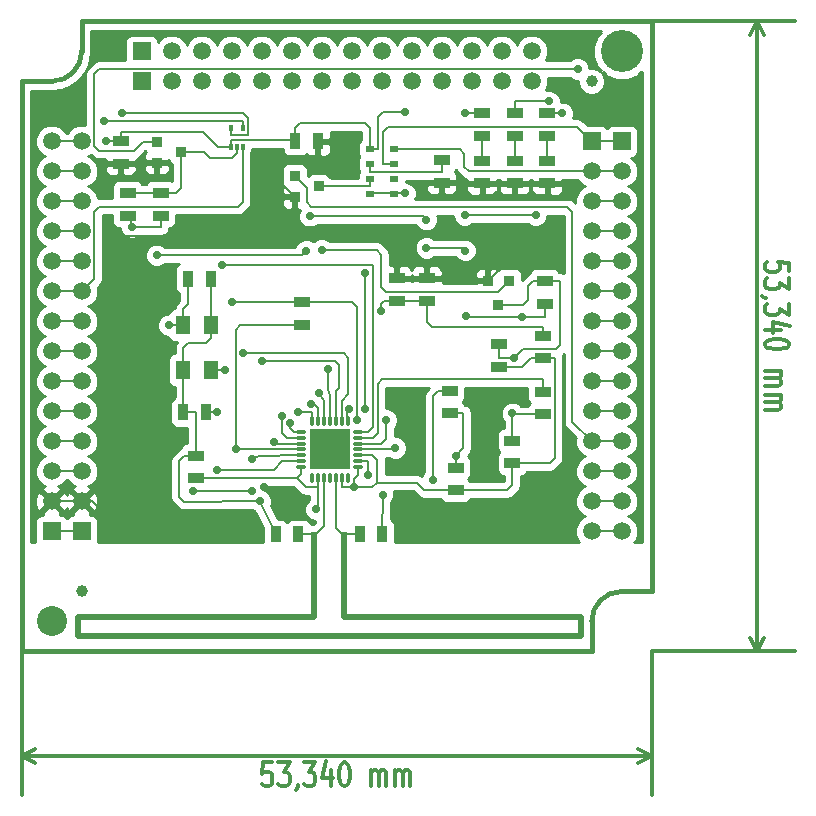
<source format=gtl>
G04 (created by PCBNEW (2013-mar-13)-testing) date Fri 28 Jun 2013 11:02:49 AM CEST*
%MOIN*%
G04 Gerber Fmt 3.4, Leading zero omitted, Abs format*
%FSLAX34Y34*%
G01*
G70*
G90*
G04 APERTURE LIST*
%ADD10C,0.005906*%
%ADD11C,0.015000*%
%ADD12C,0.012000*%
%ADD13C,0.020000*%
%ADD14C,0.100000*%
%ADD15R,0.020000X0.026300*%
%ADD16R,0.036000X0.036000*%
%ADD17R,0.011800X0.019700*%
%ADD18O,0.011000X0.039400*%
%ADD19O,0.039400X0.011000*%
%ADD20R,0.137800X0.137800*%
%ADD21R,0.031500X0.019700*%
%ADD22R,0.051200X0.063000*%
%ADD23C,0.039370*%
%ADD24C,0.140000*%
%ADD25C,0.059100*%
%ADD26R,0.059100X0.059100*%
%ADD27R,0.055000X0.035000*%
%ADD28R,0.035000X0.055000*%
%ADD29C,0.028000*%
%ADD30C,0.008000*%
%ADD31C,0.010000*%
G04 APERTURE END LIST*
G54D10*
G54D11*
X21000Y-19000D02*
X40000Y-19000D01*
X21000Y-19500D02*
X21000Y-19000D01*
X19000Y-21000D02*
X19500Y-21000D01*
X19000Y-40000D02*
X19000Y-21000D01*
X40000Y-19000D02*
X40000Y-38000D01*
X38000Y-40000D02*
X19000Y-40000D01*
X38000Y-39000D02*
X38000Y-40000D01*
X40000Y-38000D02*
X39000Y-38000D01*
X39000Y-38000D02*
G75*
G03X38000Y-39000I0J-1000D01*
G74*
G01*
X21000Y-19500D02*
X21000Y-20000D01*
X19500Y-21000D02*
X20000Y-21000D01*
X20000Y-21000D02*
G75*
G03X21000Y-20000I0J1000D01*
G74*
G01*
G54D12*
X27328Y-43700D02*
X27042Y-43700D01*
X27014Y-44081D01*
X27042Y-44043D01*
X27099Y-44005D01*
X27242Y-44005D01*
X27299Y-44043D01*
X27328Y-44081D01*
X27357Y-44158D01*
X27357Y-44348D01*
X27328Y-44424D01*
X27299Y-44462D01*
X27242Y-44500D01*
X27099Y-44500D01*
X27042Y-44462D01*
X27014Y-44424D01*
X27557Y-43700D02*
X27928Y-43700D01*
X27728Y-44005D01*
X27814Y-44005D01*
X27871Y-44043D01*
X27899Y-44081D01*
X27928Y-44158D01*
X27928Y-44348D01*
X27899Y-44424D01*
X27871Y-44462D01*
X27814Y-44500D01*
X27642Y-44500D01*
X27585Y-44462D01*
X27557Y-44424D01*
X28214Y-44462D02*
X28214Y-44500D01*
X28185Y-44577D01*
X28157Y-44615D01*
X28414Y-43700D02*
X28785Y-43700D01*
X28585Y-44005D01*
X28671Y-44005D01*
X28728Y-44043D01*
X28757Y-44081D01*
X28785Y-44158D01*
X28785Y-44348D01*
X28757Y-44424D01*
X28728Y-44462D01*
X28671Y-44500D01*
X28500Y-44500D01*
X28442Y-44462D01*
X28414Y-44424D01*
X29300Y-43967D02*
X29300Y-44500D01*
X29157Y-43662D02*
X29014Y-44234D01*
X29385Y-44234D01*
X29728Y-43700D02*
X29785Y-43700D01*
X29842Y-43739D01*
X29871Y-43777D01*
X29900Y-43853D01*
X29928Y-44005D01*
X29928Y-44196D01*
X29900Y-44348D01*
X29871Y-44424D01*
X29842Y-44462D01*
X29785Y-44500D01*
X29728Y-44500D01*
X29671Y-44462D01*
X29642Y-44424D01*
X29614Y-44348D01*
X29585Y-44196D01*
X29585Y-44005D01*
X29614Y-43853D01*
X29642Y-43777D01*
X29671Y-43739D01*
X29728Y-43700D01*
X30642Y-44500D02*
X30642Y-43967D01*
X30642Y-44043D02*
X30671Y-44005D01*
X30728Y-43967D01*
X30814Y-43967D01*
X30871Y-44005D01*
X30900Y-44081D01*
X30900Y-44500D01*
X30900Y-44081D02*
X30928Y-44005D01*
X30985Y-43967D01*
X31071Y-43967D01*
X31128Y-44005D01*
X31157Y-44081D01*
X31157Y-44500D01*
X31442Y-44500D02*
X31442Y-43967D01*
X31442Y-44043D02*
X31471Y-44005D01*
X31528Y-43967D01*
X31614Y-43967D01*
X31671Y-44005D01*
X31700Y-44081D01*
X31700Y-44500D01*
X31700Y-44081D02*
X31728Y-44005D01*
X31785Y-43967D01*
X31871Y-43967D01*
X31928Y-44005D01*
X31957Y-44081D01*
X31957Y-44500D01*
X19000Y-43499D02*
X40000Y-43499D01*
X19000Y-40000D02*
X19000Y-44779D01*
X40000Y-40000D02*
X40000Y-44779D01*
X40000Y-43499D02*
X39557Y-43729D01*
X40000Y-43499D02*
X39557Y-43269D01*
X19000Y-43499D02*
X19443Y-43729D01*
X19000Y-43499D02*
X19443Y-43269D01*
X44577Y-27328D02*
X44577Y-27042D01*
X44196Y-27014D01*
X44234Y-27042D01*
X44272Y-27099D01*
X44272Y-27242D01*
X44234Y-27299D01*
X44196Y-27328D01*
X44119Y-27357D01*
X43929Y-27357D01*
X43853Y-27328D01*
X43815Y-27299D01*
X43777Y-27242D01*
X43777Y-27099D01*
X43815Y-27042D01*
X43853Y-27014D01*
X44577Y-27557D02*
X44577Y-27928D01*
X44272Y-27728D01*
X44272Y-27814D01*
X44234Y-27871D01*
X44196Y-27899D01*
X44119Y-27928D01*
X43929Y-27928D01*
X43853Y-27899D01*
X43815Y-27871D01*
X43777Y-27814D01*
X43777Y-27642D01*
X43815Y-27585D01*
X43853Y-27557D01*
X43815Y-28214D02*
X43777Y-28214D01*
X43700Y-28185D01*
X43662Y-28157D01*
X44577Y-28414D02*
X44577Y-28785D01*
X44272Y-28585D01*
X44272Y-28671D01*
X44234Y-28728D01*
X44196Y-28757D01*
X44119Y-28785D01*
X43929Y-28785D01*
X43853Y-28757D01*
X43815Y-28728D01*
X43777Y-28671D01*
X43777Y-28500D01*
X43815Y-28442D01*
X43853Y-28414D01*
X44310Y-29300D02*
X43777Y-29300D01*
X44615Y-29157D02*
X44043Y-29014D01*
X44043Y-29385D01*
X44577Y-29728D02*
X44577Y-29785D01*
X44539Y-29842D01*
X44500Y-29871D01*
X44424Y-29900D01*
X44272Y-29928D01*
X44081Y-29928D01*
X43929Y-29900D01*
X43853Y-29871D01*
X43815Y-29842D01*
X43777Y-29785D01*
X43777Y-29728D01*
X43815Y-29671D01*
X43853Y-29642D01*
X43929Y-29614D01*
X44081Y-29585D01*
X44272Y-29585D01*
X44424Y-29614D01*
X44500Y-29642D01*
X44539Y-29671D01*
X44577Y-29728D01*
X43777Y-30642D02*
X44310Y-30642D01*
X44234Y-30642D02*
X44272Y-30671D01*
X44310Y-30728D01*
X44310Y-30814D01*
X44272Y-30871D01*
X44196Y-30900D01*
X43777Y-30900D01*
X44196Y-30900D02*
X44272Y-30928D01*
X44310Y-30985D01*
X44310Y-31071D01*
X44272Y-31128D01*
X44196Y-31157D01*
X43777Y-31157D01*
X43777Y-31442D02*
X44310Y-31442D01*
X44234Y-31442D02*
X44272Y-31471D01*
X44310Y-31528D01*
X44310Y-31614D01*
X44272Y-31671D01*
X44196Y-31700D01*
X43777Y-31700D01*
X44196Y-31700D02*
X44272Y-31728D01*
X44310Y-31785D01*
X44310Y-31871D01*
X44272Y-31928D01*
X44196Y-31957D01*
X43777Y-31957D01*
X43499Y-19000D02*
X43499Y-40000D01*
X40000Y-19000D02*
X44779Y-19000D01*
X40000Y-40000D02*
X44779Y-40000D01*
X43499Y-40000D02*
X43269Y-39557D01*
X43499Y-40000D02*
X43729Y-39557D01*
X43499Y-19000D02*
X43269Y-19443D01*
X43499Y-19000D02*
X43729Y-19443D01*
G54D13*
X28755Y-36475D02*
X28755Y-36150D01*
X29745Y-36475D02*
X29745Y-36150D01*
X28755Y-38850D02*
X28755Y-36475D01*
X29745Y-38850D02*
X29745Y-36475D01*
X20865Y-39480D02*
X20865Y-38850D01*
X20865Y-38850D02*
X28755Y-38850D01*
X29745Y-38850D02*
X37635Y-38850D01*
X37635Y-38850D02*
X37635Y-39480D01*
X37635Y-39480D02*
X20865Y-39480D01*
G54D14*
X20000Y-39000D03*
G54D15*
X29745Y-36150D03*
X28755Y-36150D03*
G54D16*
X34543Y-27641D03*
X35243Y-27641D03*
X34893Y-28441D03*
X28100Y-24850D03*
X28100Y-24150D03*
X28900Y-24500D03*
X23508Y-23706D03*
X23508Y-23006D03*
X24308Y-23356D03*
G54D17*
X25975Y-22549D03*
X26369Y-22549D03*
X26369Y-23179D03*
X26172Y-23179D03*
X25975Y-23179D03*
G54D18*
X28679Y-32325D03*
X29664Y-32325D03*
X29861Y-32325D03*
X29270Y-32325D03*
X29467Y-32325D03*
X29073Y-32325D03*
X28876Y-32325D03*
X28876Y-34215D03*
X29073Y-34215D03*
X29467Y-34215D03*
X29270Y-34215D03*
X29664Y-34215D03*
X29861Y-34215D03*
X28679Y-34215D03*
G54D19*
X30215Y-33270D03*
X30215Y-33467D03*
X30215Y-33861D03*
X30215Y-33664D03*
X30215Y-32876D03*
X30215Y-33073D03*
X30215Y-32679D03*
X28325Y-32679D03*
X28325Y-33073D03*
X28325Y-32876D03*
X28325Y-33664D03*
X28325Y-33861D03*
X28325Y-33467D03*
X28325Y-33270D03*
G54D20*
X29270Y-33270D03*
G54D21*
X31394Y-23262D03*
X31394Y-23754D03*
X31394Y-24738D03*
X31394Y-24246D03*
X30606Y-24246D03*
X30606Y-24738D03*
X30606Y-23754D03*
X30606Y-23262D03*
G54D22*
X25295Y-29133D03*
X25295Y-30629D03*
X24389Y-30629D03*
X24389Y-29133D03*
G54D23*
X21000Y-38000D03*
X38000Y-21000D03*
G54D24*
X39000Y-20000D03*
G54D25*
X36000Y-21000D03*
X35000Y-21000D03*
X34000Y-21000D03*
X33000Y-21000D03*
X32000Y-21000D03*
X31000Y-21000D03*
X30000Y-21000D03*
X29000Y-21000D03*
X28000Y-21000D03*
X27000Y-21000D03*
X26000Y-21000D03*
X25000Y-21000D03*
X24000Y-21000D03*
G54D26*
X23000Y-21000D03*
X23000Y-20000D03*
G54D25*
X24000Y-20000D03*
X25000Y-20000D03*
X26000Y-20000D03*
X27000Y-20000D03*
X28000Y-20000D03*
X29000Y-20000D03*
X30000Y-20000D03*
X31000Y-20000D03*
X32000Y-20000D03*
X33000Y-20000D03*
X34000Y-20000D03*
X35000Y-20000D03*
X36000Y-20000D03*
X21000Y-23000D03*
X21000Y-24000D03*
X21000Y-25000D03*
X21000Y-26000D03*
X21000Y-27000D03*
X21000Y-28000D03*
X21000Y-29000D03*
X21000Y-30000D03*
X21000Y-31000D03*
X21000Y-32000D03*
X21000Y-33000D03*
X21000Y-34000D03*
X21000Y-35000D03*
G54D26*
X21000Y-36000D03*
X20000Y-36000D03*
G54D25*
X20000Y-35000D03*
X20000Y-34000D03*
X20000Y-33000D03*
X20000Y-32000D03*
X20000Y-31000D03*
X20000Y-30000D03*
X20000Y-29000D03*
X20000Y-28000D03*
X20000Y-27000D03*
X20000Y-26000D03*
X20000Y-25000D03*
X20000Y-24000D03*
X20000Y-23000D03*
X38000Y-36000D03*
X38000Y-35000D03*
X38000Y-34000D03*
X38000Y-33000D03*
X38000Y-32000D03*
X38000Y-31000D03*
X38000Y-30000D03*
X38000Y-29000D03*
X38000Y-28000D03*
X38000Y-27000D03*
X38000Y-26000D03*
X38000Y-25000D03*
X38000Y-24000D03*
G54D26*
X38000Y-23000D03*
X39000Y-23000D03*
G54D25*
X39000Y-24000D03*
X39000Y-25000D03*
X39000Y-26000D03*
X39000Y-27000D03*
X39000Y-28000D03*
X39000Y-29000D03*
X39000Y-30000D03*
X39000Y-31000D03*
X39000Y-32000D03*
X39000Y-33000D03*
X39000Y-34000D03*
X39000Y-35000D03*
X39000Y-36000D03*
G54D27*
X34922Y-30513D03*
X34922Y-29763D03*
G54D28*
X28125Y-23000D03*
X28875Y-23000D03*
G54D27*
X23632Y-25474D03*
X23632Y-24724D03*
X22304Y-22991D03*
X22304Y-23741D03*
X33000Y-23625D03*
X33000Y-24375D03*
G54D28*
X30275Y-36100D03*
X31025Y-36100D03*
X28225Y-36100D03*
X27475Y-36100D03*
G54D27*
X31502Y-28306D03*
X31502Y-27556D03*
X32502Y-28306D03*
X32502Y-27556D03*
G54D28*
X24546Y-27578D03*
X25296Y-27578D03*
X25131Y-32027D03*
X24381Y-32027D03*
G54D27*
X35354Y-33721D03*
X35354Y-32971D03*
X33464Y-34626D03*
X33464Y-33876D03*
X24803Y-34233D03*
X24803Y-33483D03*
X36368Y-31347D03*
X36368Y-32097D03*
X36516Y-22066D03*
X36516Y-22816D03*
X35433Y-22066D03*
X35433Y-22816D03*
X34350Y-22066D03*
X34350Y-22816D03*
X36368Y-30227D03*
X36368Y-29477D03*
X36437Y-27656D03*
X36437Y-28406D03*
X36516Y-23641D03*
X36516Y-24391D03*
X35433Y-23641D03*
X35433Y-24391D03*
X34350Y-23641D03*
X34350Y-24391D03*
X22530Y-24724D03*
X22530Y-25474D03*
X33267Y-32067D03*
X33267Y-31317D03*
X28346Y-29115D03*
X28346Y-28365D03*
G54D29*
X30970Y-28640D03*
X31771Y-24737D03*
X31771Y-22033D03*
X21808Y-22990D03*
X22673Y-25869D03*
X22329Y-22070D03*
X27000Y-30306D03*
X29260Y-33270D03*
X26950Y-35000D03*
X33464Y-33481D03*
X35354Y-32067D03*
X35417Y-30217D03*
X31030Y-34780D03*
X27415Y-33009D03*
X27675Y-32149D03*
X28204Y-32007D03*
X28632Y-31747D03*
X28900Y-31375D03*
X29200Y-30575D03*
X23500Y-26800D03*
X28490Y-26640D03*
X28600Y-25500D03*
X32490Y-25610D03*
X32490Y-26550D03*
X33790Y-26640D03*
X33800Y-28830D03*
X35688Y-28847D03*
X29924Y-31907D03*
X26391Y-30045D03*
X29000Y-26622D03*
X30444Y-27395D03*
X30444Y-31907D03*
X31459Y-33221D03*
X25691Y-27135D03*
X31137Y-32285D03*
X30184Y-32285D03*
X26000Y-28365D03*
X39000Y-21260D03*
X32050Y-31750D03*
X34525Y-31775D03*
X34625Y-33950D03*
X36950Y-35825D03*
X34600Y-35825D03*
X32125Y-35825D03*
X26525Y-35850D03*
X24325Y-35825D03*
X22175Y-35825D03*
X27590Y-34920D03*
X27090Y-34520D03*
X22290Y-33320D03*
X22290Y-30120D03*
X22280Y-27160D03*
X32310Y-24560D03*
X30050Y-26070D03*
X29730Y-23400D03*
X24470Y-25860D03*
X25490Y-25820D03*
X27460Y-23700D03*
X27520Y-25780D03*
X34845Y-26008D03*
X34845Y-24786D03*
X21808Y-23740D03*
X37271Y-24390D03*
X21808Y-25604D03*
X37011Y-22065D03*
X36571Y-21670D03*
X36131Y-25456D03*
X33765Y-25456D03*
X33765Y-22065D03*
X28812Y-35270D03*
X30084Y-34532D03*
X26131Y-33270D03*
X27935Y-32403D03*
X32712Y-34272D03*
X30532Y-34136D03*
X25526Y-32027D03*
X25771Y-30629D03*
X25526Y-33938D03*
X26675Y-33575D03*
X26675Y-34650D03*
X24701Y-34649D03*
X23913Y-29133D03*
X21758Y-22330D03*
X37531Y-20584D03*
G54D30*
X20415Y-36000D02*
X20000Y-36000D01*
X20415Y-36000D02*
X20415Y-36000D01*
X21000Y-36000D02*
X20415Y-36000D01*
X21000Y-36000D02*
X21000Y-36000D01*
X31073Y-28306D02*
X31502Y-28306D01*
X30970Y-28410D02*
X31073Y-28306D01*
X30970Y-28640D02*
X30970Y-28410D01*
X31897Y-28306D02*
X31502Y-28306D01*
X31897Y-28306D02*
X31897Y-28306D01*
X32502Y-28306D02*
X31897Y-28306D01*
X32502Y-28306D02*
X32502Y-28306D01*
X31394Y-24737D02*
X31771Y-24737D01*
X30605Y-24737D02*
X30605Y-24737D01*
X31000Y-24737D02*
X30605Y-24737D01*
X31000Y-24737D02*
X31000Y-24737D01*
X31394Y-24737D02*
X31000Y-24737D01*
X31043Y-22033D02*
X31771Y-22033D01*
X30883Y-22193D02*
X31043Y-22033D01*
X30883Y-23262D02*
X30883Y-22193D01*
X30605Y-23262D02*
X30883Y-23262D01*
X22304Y-22695D02*
X23020Y-22695D01*
X22304Y-22990D02*
X22304Y-22695D01*
X28125Y-22960D02*
X28125Y-23000D01*
X25047Y-22695D02*
X23020Y-22695D01*
X25530Y-23179D02*
X25047Y-22695D01*
X25975Y-23179D02*
X25530Y-23179D01*
X36367Y-29181D02*
X36367Y-29477D01*
X32662Y-29181D02*
X36367Y-29181D01*
X32502Y-29021D02*
X32662Y-29181D01*
X32502Y-28306D02*
X32502Y-29021D01*
X22304Y-22990D02*
X21808Y-22990D01*
X25975Y-22960D02*
X28125Y-22960D01*
X25975Y-23179D02*
X25975Y-22960D01*
X28125Y-22559D02*
X28125Y-22960D01*
X28285Y-22399D02*
X28125Y-22559D01*
X30445Y-22399D02*
X28285Y-22399D01*
X30605Y-22559D02*
X30445Y-22399D01*
X30605Y-23262D02*
X30605Y-22559D01*
X21000Y-34000D02*
X20000Y-34000D01*
X25975Y-22800D02*
X25975Y-22549D01*
X26548Y-22800D02*
X25975Y-22800D01*
X26548Y-22230D02*
X26548Y-22800D01*
X26387Y-22070D02*
X26548Y-22230D01*
X22329Y-22070D02*
X26387Y-22070D01*
X23632Y-25869D02*
X23632Y-25474D01*
X22673Y-25869D02*
X23632Y-25869D01*
X22633Y-25474D02*
X22530Y-25474D01*
X22633Y-25829D02*
X22633Y-25474D01*
X22673Y-25869D02*
X22633Y-25829D01*
X21000Y-33000D02*
X20000Y-33000D01*
X21000Y-32000D02*
X20000Y-32000D01*
X21000Y-31000D02*
X20000Y-31000D01*
X21000Y-30000D02*
X20000Y-30000D01*
X39000Y-25000D02*
X38000Y-25000D01*
X39000Y-26000D02*
X38000Y-26000D01*
X29467Y-32007D02*
X29467Y-32325D01*
X29493Y-31981D02*
X29467Y-32007D01*
X29493Y-31324D02*
X29493Y-31981D01*
X29593Y-31224D02*
X29493Y-31324D01*
X29593Y-30466D02*
X29593Y-31224D01*
X29433Y-30306D02*
X29593Y-30466D01*
X27000Y-30306D02*
X29433Y-30306D01*
X26950Y-35025D02*
X27475Y-36100D01*
X29260Y-33270D02*
X29270Y-33270D01*
X26950Y-35000D02*
X26950Y-35025D01*
X33464Y-33481D02*
X33464Y-33876D01*
X31030Y-34780D02*
X31025Y-36100D01*
X35354Y-32067D02*
X35354Y-32970D01*
X33724Y-32067D02*
X33267Y-32067D01*
X33724Y-33221D02*
X33724Y-32067D01*
X33464Y-33481D02*
X33724Y-33221D01*
X25296Y-27622D02*
X25296Y-27578D01*
X25295Y-27622D02*
X25296Y-27622D01*
X25295Y-29133D02*
X25295Y-27622D01*
X35383Y-32097D02*
X36367Y-32097D01*
X35354Y-32067D02*
X35383Y-32097D01*
X34922Y-30217D02*
X34922Y-29762D01*
X35417Y-30217D02*
X34922Y-30217D01*
X24389Y-32027D02*
X24381Y-32027D01*
X35721Y-28440D02*
X34892Y-28440D01*
X35881Y-28280D02*
X35721Y-28440D01*
X35881Y-27816D02*
X35881Y-28280D01*
X36041Y-27655D02*
X35881Y-27816D01*
X36437Y-27655D02*
X36041Y-27655D01*
X24389Y-29889D02*
X24389Y-30629D01*
X24549Y-29728D02*
X24389Y-29889D01*
X25135Y-29728D02*
X24549Y-29728D01*
X25295Y-29568D02*
X25135Y-29728D01*
X25295Y-29133D02*
X25295Y-29568D01*
X35703Y-29931D02*
X35417Y-30217D01*
X36797Y-29931D02*
X35703Y-29931D01*
X36957Y-29771D02*
X36797Y-29931D01*
X36957Y-27655D02*
X36957Y-29771D01*
X36437Y-27655D02*
X36957Y-27655D01*
X24408Y-35010D02*
X26950Y-35000D01*
X24248Y-34849D02*
X24408Y-35010D01*
X24248Y-33643D02*
X24248Y-34849D01*
X24408Y-33483D02*
X24248Y-33643D01*
X24803Y-33483D02*
X24408Y-33483D01*
X24389Y-30629D02*
X24389Y-32027D01*
X24803Y-32027D02*
X24389Y-32027D01*
X24803Y-33483D02*
X24803Y-32027D01*
X27478Y-33072D02*
X28325Y-33072D01*
X27415Y-33009D02*
X27478Y-33072D01*
X27835Y-32875D02*
X28325Y-32875D01*
X27675Y-32715D02*
X27835Y-32875D01*
X27675Y-32149D02*
X27675Y-32715D01*
X28679Y-32007D02*
X28679Y-32325D01*
X28204Y-32007D02*
X28679Y-32007D01*
X28875Y-31887D02*
X28875Y-32325D01*
X28735Y-31747D02*
X28875Y-31887D01*
X28632Y-31747D02*
X28735Y-31747D01*
X28900Y-31375D02*
X29072Y-31650D01*
X29072Y-31650D02*
X29072Y-32325D01*
X29275Y-31450D02*
X29270Y-32325D01*
X29200Y-31300D02*
X29275Y-31450D01*
X29200Y-30575D02*
X29200Y-31300D01*
X35688Y-28847D02*
X33817Y-28847D01*
X28330Y-26800D02*
X23500Y-26800D01*
X28490Y-26640D02*
X28330Y-26800D01*
X32380Y-25500D02*
X28600Y-25500D01*
X32490Y-25610D02*
X32380Y-25500D01*
X33700Y-26550D02*
X32490Y-26550D01*
X33790Y-26640D02*
X33700Y-26550D01*
X33817Y-28847D02*
X33800Y-28830D01*
X29860Y-31970D02*
X29860Y-32325D01*
X29924Y-31907D02*
X29860Y-31970D01*
X36437Y-28847D02*
X36437Y-28405D01*
X35688Y-28847D02*
X36437Y-28847D01*
X29664Y-31653D02*
X29664Y-32325D01*
X29888Y-31428D02*
X29664Y-31653D01*
X29888Y-30206D02*
X29888Y-31428D01*
X29728Y-30045D02*
X29888Y-30206D01*
X26391Y-30045D02*
X29728Y-30045D01*
X34872Y-28011D02*
X35242Y-27640D01*
X31152Y-28011D02*
X34872Y-28011D01*
X30992Y-27851D02*
X31152Y-28011D01*
X30992Y-26782D02*
X30992Y-27851D01*
X30832Y-26622D02*
X30992Y-26782D01*
X29000Y-26622D02*
X30832Y-26622D01*
X30444Y-27395D02*
X30444Y-31907D01*
X31411Y-33270D02*
X30215Y-33270D01*
X31459Y-33221D02*
X31411Y-33270D01*
X30544Y-32679D02*
X30215Y-32679D01*
X30704Y-32518D02*
X30544Y-32679D01*
X30704Y-27135D02*
X30704Y-32518D01*
X25691Y-27135D02*
X30704Y-27135D01*
X30977Y-33072D02*
X30215Y-33072D01*
X31137Y-32912D02*
X30977Y-33072D01*
X31137Y-32285D02*
X31137Y-32912D01*
X30184Y-28525D02*
X30184Y-32285D01*
X30024Y-28365D02*
X30184Y-28525D01*
X28346Y-28365D02*
X30024Y-28365D01*
X28346Y-28365D02*
X26000Y-28365D01*
X21000Y-29000D02*
X20000Y-29000D01*
X39000Y-34000D02*
X38000Y-34000D01*
X39000Y-35000D02*
X38000Y-35000D01*
X34525Y-33850D02*
X34525Y-31775D01*
X34625Y-33950D02*
X34525Y-33850D01*
X21000Y-35000D02*
X21350Y-35000D01*
X32125Y-35825D02*
X34600Y-35825D01*
X24350Y-35850D02*
X26525Y-35850D01*
X24325Y-35825D02*
X24350Y-35850D01*
X21350Y-35000D02*
X22175Y-35825D01*
X21000Y-35000D02*
X20000Y-35000D01*
X27490Y-34920D02*
X27590Y-34920D01*
X27090Y-34520D02*
X27490Y-34920D01*
X22290Y-27170D02*
X22290Y-30120D01*
X22280Y-27160D02*
X22290Y-27170D01*
X33000Y-24375D02*
X32495Y-24375D01*
X32495Y-24375D02*
X32310Y-24560D01*
X30050Y-25848D02*
X30050Y-26070D01*
X28875Y-23000D02*
X29330Y-23000D01*
X29330Y-23000D02*
X29730Y-23400D01*
X24470Y-26168D02*
X24470Y-25860D01*
X25480Y-26168D02*
X25480Y-25830D01*
X25480Y-25830D02*
X25490Y-25820D01*
X27580Y-26168D02*
X27580Y-25840D01*
X27580Y-25840D02*
X27520Y-25780D01*
X32458Y-27556D02*
X32502Y-27556D01*
X32458Y-27556D02*
X32458Y-27556D01*
X32107Y-27556D02*
X32458Y-27556D01*
X32107Y-27556D02*
X31897Y-27556D01*
X34350Y-24390D02*
X34350Y-24786D01*
X31897Y-27556D02*
X31897Y-27556D01*
X31502Y-27556D02*
X31897Y-27556D01*
X31182Y-25848D02*
X31502Y-26168D01*
X28100Y-25848D02*
X30050Y-25848D01*
X30050Y-25848D02*
X31182Y-25848D01*
X31662Y-26008D02*
X34845Y-26008D01*
X31502Y-26168D02*
X31662Y-26008D01*
X22304Y-23740D02*
X21808Y-23740D01*
X34845Y-24786D02*
X34845Y-24786D01*
X34350Y-24786D02*
X34845Y-24786D01*
X33395Y-24375D02*
X33000Y-24375D01*
X33411Y-24390D02*
X33395Y-24375D01*
X34350Y-24390D02*
X33411Y-24390D01*
X36515Y-24390D02*
X37271Y-24390D01*
X35432Y-24786D02*
X35432Y-24390D01*
X28100Y-24850D02*
X28100Y-25848D01*
X22304Y-23705D02*
X23507Y-23705D01*
X22304Y-23740D02*
X22304Y-23705D01*
X34845Y-27338D02*
X34542Y-27640D01*
X34845Y-26008D02*
X34845Y-27338D01*
X22373Y-26168D02*
X21808Y-25604D01*
X27779Y-26168D02*
X27580Y-26168D01*
X27580Y-26168D02*
X25480Y-26168D01*
X25480Y-26168D02*
X24470Y-26168D01*
X24470Y-26168D02*
X22373Y-26168D01*
X28100Y-25848D02*
X27779Y-26168D01*
X28875Y-23480D02*
X28875Y-23000D01*
X27799Y-23480D02*
X28875Y-23480D01*
X27639Y-23640D02*
X27799Y-23480D01*
X27639Y-24389D02*
X27639Y-23640D01*
X28100Y-24850D02*
X27639Y-24389D01*
X31502Y-27556D02*
X31502Y-26168D01*
X34845Y-24786D02*
X35432Y-24786D01*
X36515Y-24786D02*
X35432Y-24786D01*
X36515Y-24390D02*
X36515Y-24786D01*
X39000Y-36000D02*
X38000Y-36000D01*
X39000Y-28000D02*
X38000Y-28000D01*
X39000Y-27000D02*
X38000Y-27000D01*
X21000Y-25000D02*
X20000Y-25000D01*
X21000Y-26000D02*
X20000Y-26000D01*
X38000Y-29000D02*
X39000Y-29000D01*
X37011Y-22065D02*
X36515Y-22065D01*
X38000Y-30000D02*
X39000Y-30000D01*
X35432Y-21670D02*
X35432Y-22065D01*
X36571Y-21670D02*
X35432Y-21670D01*
X38000Y-31000D02*
X39000Y-31000D01*
X36131Y-25456D02*
X33765Y-25456D01*
X33765Y-22065D02*
X34350Y-22065D01*
X28325Y-34073D02*
X28325Y-33860D01*
X28164Y-34233D02*
X28325Y-34073D01*
X30692Y-34532D02*
X30852Y-34372D01*
X30084Y-34532D02*
X30692Y-34532D01*
X26291Y-29115D02*
X28346Y-29115D01*
X26131Y-29275D02*
X26291Y-29115D01*
X26131Y-33270D02*
X26131Y-29275D01*
X26131Y-33270D02*
X28325Y-33270D01*
X28164Y-34233D02*
X24803Y-34233D01*
X30215Y-34110D02*
X30215Y-33860D01*
X30084Y-34241D02*
X30215Y-34110D01*
X30084Y-34532D02*
X30084Y-34241D01*
X28075Y-32679D02*
X28325Y-32679D01*
X27935Y-32539D02*
X28075Y-32679D01*
X27935Y-32403D02*
X27935Y-32539D01*
X29664Y-34532D02*
X29664Y-34215D01*
X30084Y-34532D02*
X29664Y-34532D01*
X28875Y-34532D02*
X28875Y-34215D01*
X32165Y-34372D02*
X30852Y-34372D01*
X32420Y-34626D02*
X32165Y-34372D01*
X33464Y-34626D02*
X32420Y-34626D01*
X35682Y-30512D02*
X34922Y-30512D01*
X35968Y-30227D02*
X35682Y-30512D01*
X36367Y-30227D02*
X35968Y-30227D01*
X30692Y-33467D02*
X30215Y-33467D01*
X30852Y-33627D02*
X30692Y-33467D01*
X30852Y-34372D02*
X30852Y-33627D01*
X35193Y-34626D02*
X33464Y-34626D01*
X35354Y-34466D02*
X35193Y-34626D01*
X35354Y-33720D02*
X35354Y-34466D01*
X36763Y-30227D02*
X36367Y-30227D01*
X36763Y-33560D02*
X36763Y-30227D01*
X36602Y-33720D02*
X36763Y-33560D01*
X35354Y-33720D02*
X36602Y-33720D01*
X28875Y-35207D02*
X28875Y-34532D01*
X28812Y-35270D02*
X28875Y-35207D01*
X28463Y-34532D02*
X28875Y-34532D01*
X28164Y-34233D02*
X28463Y-34532D01*
X30532Y-34136D02*
X30532Y-33664D01*
X30532Y-33664D02*
X30215Y-33664D01*
X32712Y-34272D02*
X32712Y-31477D01*
X32712Y-31477D02*
X32872Y-31317D01*
X32872Y-31317D02*
X33267Y-31317D01*
X30704Y-32875D02*
X30215Y-32875D01*
X30864Y-32715D02*
X30704Y-32875D01*
X30864Y-31075D02*
X30864Y-32715D01*
X31024Y-30915D02*
X30864Y-31075D01*
X36367Y-30915D02*
X31024Y-30915D01*
X36367Y-31347D02*
X36367Y-30915D01*
X35432Y-22815D02*
X35432Y-23640D01*
X36515Y-23640D02*
X36515Y-22815D01*
X25526Y-32027D02*
X25131Y-32027D01*
X25771Y-30629D02*
X25295Y-30629D01*
X27682Y-33664D02*
X28325Y-33664D01*
X27408Y-33938D02*
X27682Y-33664D01*
X25526Y-33938D02*
X27408Y-33938D01*
X34350Y-22815D02*
X34350Y-23640D01*
X26925Y-33475D02*
X28325Y-33467D01*
X26675Y-33575D02*
X26925Y-33475D01*
X26675Y-34650D02*
X24701Y-34649D01*
X24389Y-29133D02*
X23913Y-29133D01*
X24546Y-28432D02*
X24546Y-27578D01*
X24389Y-28589D02*
X24546Y-28432D01*
X24389Y-29133D02*
X24389Y-28589D01*
X22530Y-24724D02*
X22530Y-24724D01*
X22925Y-24724D02*
X22530Y-24724D01*
X22925Y-24724D02*
X22925Y-24724D01*
X23632Y-24724D02*
X22925Y-24724D01*
X26172Y-23397D02*
X26172Y-23179D01*
X26011Y-23557D02*
X26172Y-23397D01*
X25277Y-23557D02*
X26011Y-23557D01*
X25075Y-23355D02*
X25277Y-23557D01*
X24307Y-23355D02*
X25075Y-23355D01*
X24147Y-24724D02*
X23632Y-24724D01*
X24307Y-24563D02*
X24147Y-24724D01*
X24307Y-23355D02*
X24307Y-24563D01*
X30605Y-24500D02*
X30605Y-24245D01*
X28900Y-24500D02*
X30605Y-24500D01*
X29072Y-35832D02*
X29072Y-34215D01*
X28755Y-36150D02*
X29072Y-35832D01*
X28755Y-36100D02*
X28225Y-36100D01*
X28755Y-36150D02*
X28755Y-36100D01*
X30605Y-24027D02*
X30605Y-23754D01*
X33000Y-24027D02*
X30605Y-24027D01*
X33000Y-23625D02*
X33000Y-24027D01*
X29467Y-35872D02*
X29467Y-34215D01*
X29745Y-36150D02*
X29467Y-35872D01*
X29745Y-36100D02*
X30275Y-36100D01*
X29745Y-36150D02*
X29745Y-36100D01*
X21000Y-27000D02*
X20000Y-27000D01*
X26369Y-22330D02*
X26369Y-22549D01*
X21758Y-22330D02*
X26369Y-22330D01*
X38000Y-24000D02*
X39000Y-24000D01*
X33595Y-23262D02*
X31394Y-23262D01*
X33755Y-23422D02*
X33595Y-23262D01*
X33755Y-23839D02*
X33755Y-23422D01*
X33915Y-24000D02*
X33755Y-23839D01*
X38000Y-24000D02*
X33915Y-24000D01*
X39000Y-23000D02*
X39000Y-23000D01*
X38415Y-23000D02*
X39000Y-23000D01*
X38415Y-23000D02*
X38415Y-23000D01*
X38000Y-23000D02*
X38415Y-23000D01*
X31043Y-23754D02*
X31394Y-23754D01*
X31043Y-22680D02*
X31043Y-23754D01*
X31203Y-22520D02*
X31043Y-22680D01*
X37520Y-22520D02*
X31203Y-22520D01*
X38000Y-23000D02*
X37520Y-22520D01*
X38000Y-32000D02*
X39000Y-32000D01*
X23035Y-23005D02*
X23507Y-23005D01*
X22735Y-23306D02*
X23035Y-23005D01*
X21575Y-23306D02*
X22735Y-23306D01*
X21415Y-23145D02*
X21575Y-23306D01*
X21415Y-20744D02*
X21415Y-23145D01*
X21575Y-20584D02*
X21415Y-20744D01*
X37531Y-20584D02*
X21575Y-20584D01*
X38000Y-33000D02*
X39000Y-33000D01*
X28500Y-24550D02*
X28100Y-24150D01*
X28500Y-25036D02*
X28500Y-24550D01*
X28660Y-25196D02*
X28500Y-25036D01*
X37190Y-25196D02*
X28660Y-25196D01*
X37351Y-25356D02*
X37190Y-25196D01*
X37351Y-32351D02*
X37351Y-25356D01*
X38000Y-33000D02*
X37351Y-32351D01*
X21000Y-28000D02*
X20000Y-28000D01*
X21575Y-25178D02*
X26208Y-25178D01*
X21415Y-25339D02*
X21575Y-25178D01*
X21415Y-27584D02*
X21415Y-25339D01*
X21000Y-28000D02*
X21415Y-27584D01*
X26208Y-25178D02*
X26369Y-25018D01*
X26369Y-25018D02*
X26369Y-23179D01*
X21000Y-24000D02*
X20000Y-24000D01*
X21000Y-23000D02*
X20000Y-23000D01*
G54D10*
G36*
X24017Y-24324D02*
X23956Y-24299D01*
X23938Y-24299D01*
X23938Y-23935D01*
X23938Y-23818D01*
X23875Y-23756D01*
X23558Y-23756D01*
X23558Y-24073D01*
X23620Y-24136D01*
X23638Y-24136D01*
X23737Y-24136D01*
X23829Y-24097D01*
X23899Y-24027D01*
X23938Y-23935D01*
X23938Y-24299D01*
X23857Y-24299D01*
X23458Y-24299D01*
X23458Y-24073D01*
X23458Y-23756D01*
X23140Y-23756D01*
X23078Y-23818D01*
X23078Y-23935D01*
X23116Y-24027D01*
X23186Y-24097D01*
X23278Y-24136D01*
X23377Y-24136D01*
X23395Y-24136D01*
X23458Y-24073D01*
X23458Y-24299D01*
X23307Y-24299D01*
X23215Y-24337D01*
X23145Y-24407D01*
X23134Y-24434D01*
X23027Y-24434D01*
X23016Y-24407D01*
X22946Y-24337D01*
X22854Y-24299D01*
X22829Y-24299D01*
X22829Y-23965D01*
X22829Y-23853D01*
X22766Y-23791D01*
X22354Y-23791D01*
X22354Y-24103D01*
X22416Y-24166D01*
X22529Y-24166D01*
X22628Y-24166D01*
X22720Y-24127D01*
X22790Y-24057D01*
X22829Y-23965D01*
X22829Y-24299D01*
X22755Y-24299D01*
X22254Y-24299D01*
X22254Y-24103D01*
X22254Y-23791D01*
X21841Y-23791D01*
X21779Y-23853D01*
X21779Y-23965D01*
X21817Y-24057D01*
X21887Y-24127D01*
X21979Y-24166D01*
X22078Y-24166D01*
X22191Y-24166D01*
X22254Y-24103D01*
X22254Y-24299D01*
X22205Y-24299D01*
X22113Y-24337D01*
X22043Y-24407D01*
X22005Y-24499D01*
X22005Y-24598D01*
X22005Y-24888D01*
X21575Y-24888D01*
X21545Y-24894D01*
X21545Y-24891D01*
X21462Y-24691D01*
X21309Y-24537D01*
X21218Y-24500D01*
X21308Y-24462D01*
X21462Y-24309D01*
X21545Y-24108D01*
X21545Y-23891D01*
X21462Y-23691D01*
X21309Y-23537D01*
X21218Y-23500D01*
X21308Y-23462D01*
X21315Y-23455D01*
X21370Y-23511D01*
X21464Y-23573D01*
X21464Y-23573D01*
X21575Y-23596D01*
X21779Y-23596D01*
X21779Y-23628D01*
X21841Y-23691D01*
X22254Y-23691D01*
X22254Y-23683D01*
X22354Y-23683D01*
X22354Y-23691D01*
X22766Y-23691D01*
X22829Y-23628D01*
X22829Y-23577D01*
X22846Y-23573D01*
X22940Y-23511D01*
X23119Y-23331D01*
X23144Y-23356D01*
X23116Y-23384D01*
X23078Y-23476D01*
X23078Y-23593D01*
X23140Y-23656D01*
X23458Y-23656D01*
X23458Y-23648D01*
X23558Y-23648D01*
X23558Y-23656D01*
X23875Y-23656D01*
X23897Y-23633D01*
X23916Y-23677D01*
X23986Y-23747D01*
X24017Y-23761D01*
X24017Y-24324D01*
X24017Y-24324D01*
G37*
G54D31*
X24017Y-24324D02*
X23956Y-24299D01*
X23938Y-24299D01*
X23938Y-23935D01*
X23938Y-23818D01*
X23875Y-23756D01*
X23558Y-23756D01*
X23558Y-24073D01*
X23620Y-24136D01*
X23638Y-24136D01*
X23737Y-24136D01*
X23829Y-24097D01*
X23899Y-24027D01*
X23938Y-23935D01*
X23938Y-24299D01*
X23857Y-24299D01*
X23458Y-24299D01*
X23458Y-24073D01*
X23458Y-23756D01*
X23140Y-23756D01*
X23078Y-23818D01*
X23078Y-23935D01*
X23116Y-24027D01*
X23186Y-24097D01*
X23278Y-24136D01*
X23377Y-24136D01*
X23395Y-24136D01*
X23458Y-24073D01*
X23458Y-24299D01*
X23307Y-24299D01*
X23215Y-24337D01*
X23145Y-24407D01*
X23134Y-24434D01*
X23027Y-24434D01*
X23016Y-24407D01*
X22946Y-24337D01*
X22854Y-24299D01*
X22829Y-24299D01*
X22829Y-23965D01*
X22829Y-23853D01*
X22766Y-23791D01*
X22354Y-23791D01*
X22354Y-24103D01*
X22416Y-24166D01*
X22529Y-24166D01*
X22628Y-24166D01*
X22720Y-24127D01*
X22790Y-24057D01*
X22829Y-23965D01*
X22829Y-24299D01*
X22755Y-24299D01*
X22254Y-24299D01*
X22254Y-24103D01*
X22254Y-23791D01*
X21841Y-23791D01*
X21779Y-23853D01*
X21779Y-23965D01*
X21817Y-24057D01*
X21887Y-24127D01*
X21979Y-24166D01*
X22078Y-24166D01*
X22191Y-24166D01*
X22254Y-24103D01*
X22254Y-24299D01*
X22205Y-24299D01*
X22113Y-24337D01*
X22043Y-24407D01*
X22005Y-24499D01*
X22005Y-24598D01*
X22005Y-24888D01*
X21575Y-24888D01*
X21545Y-24894D01*
X21545Y-24891D01*
X21462Y-24691D01*
X21309Y-24537D01*
X21218Y-24500D01*
X21308Y-24462D01*
X21462Y-24309D01*
X21545Y-24108D01*
X21545Y-23891D01*
X21462Y-23691D01*
X21309Y-23537D01*
X21218Y-23500D01*
X21308Y-23462D01*
X21315Y-23455D01*
X21370Y-23511D01*
X21464Y-23573D01*
X21464Y-23573D01*
X21575Y-23596D01*
X21779Y-23596D01*
X21779Y-23628D01*
X21841Y-23691D01*
X22254Y-23691D01*
X22254Y-23683D01*
X22354Y-23683D01*
X22354Y-23691D01*
X22766Y-23691D01*
X22829Y-23628D01*
X22829Y-23577D01*
X22846Y-23573D01*
X22940Y-23511D01*
X23119Y-23331D01*
X23144Y-23356D01*
X23116Y-23384D01*
X23078Y-23476D01*
X23078Y-23593D01*
X23140Y-23656D01*
X23458Y-23656D01*
X23458Y-23648D01*
X23558Y-23648D01*
X23558Y-23656D01*
X23875Y-23656D01*
X23897Y-23633D01*
X23916Y-23677D01*
X23986Y-23747D01*
X24017Y-23761D01*
X24017Y-24324D01*
G54D10*
G36*
X28782Y-35711D02*
X28726Y-35768D01*
X28647Y-35768D01*
X28611Y-35683D01*
X28541Y-35613D01*
X28449Y-35575D01*
X28350Y-35575D01*
X28000Y-35575D01*
X27908Y-35613D01*
X27849Y-35671D01*
X27791Y-35613D01*
X27699Y-35575D01*
X27600Y-35575D01*
X27541Y-35575D01*
X27320Y-35123D01*
X27339Y-35077D01*
X27340Y-34922D01*
X27280Y-34779D01*
X27171Y-34669D01*
X27065Y-34625D01*
X27065Y-34572D01*
X27044Y-34523D01*
X28044Y-34523D01*
X28258Y-34737D01*
X28352Y-34799D01*
X28352Y-34799D01*
X28463Y-34822D01*
X28585Y-34822D01*
X28585Y-34945D01*
X28482Y-35048D01*
X28423Y-35192D01*
X28422Y-35347D01*
X28482Y-35490D01*
X28591Y-35600D01*
X28735Y-35659D01*
X28782Y-35660D01*
X28782Y-35711D01*
X28782Y-35711D01*
G37*
G54D31*
X28782Y-35711D02*
X28726Y-35768D01*
X28647Y-35768D01*
X28611Y-35683D01*
X28541Y-35613D01*
X28449Y-35575D01*
X28350Y-35575D01*
X28000Y-35575D01*
X27908Y-35613D01*
X27849Y-35671D01*
X27791Y-35613D01*
X27699Y-35575D01*
X27600Y-35575D01*
X27541Y-35575D01*
X27320Y-35123D01*
X27339Y-35077D01*
X27340Y-34922D01*
X27280Y-34779D01*
X27171Y-34669D01*
X27065Y-34625D01*
X27065Y-34572D01*
X27044Y-34523D01*
X28044Y-34523D01*
X28258Y-34737D01*
X28352Y-34799D01*
X28352Y-34799D01*
X28463Y-34822D01*
X28585Y-34822D01*
X28585Y-34945D01*
X28482Y-35048D01*
X28423Y-35192D01*
X28422Y-35347D01*
X28482Y-35490D01*
X28591Y-35600D01*
X28735Y-35659D01*
X28782Y-35660D01*
X28782Y-35711D01*
G54D10*
G36*
X32574Y-31205D02*
X32507Y-31272D01*
X32444Y-31366D01*
X32422Y-31477D01*
X32422Y-34010D01*
X32382Y-34050D01*
X32341Y-34148D01*
X32276Y-34104D01*
X32165Y-34082D01*
X31142Y-34082D01*
X31142Y-33627D01*
X31128Y-33560D01*
X31257Y-33560D01*
X31381Y-33611D01*
X31536Y-33611D01*
X31680Y-33552D01*
X31790Y-33443D01*
X31849Y-33299D01*
X31849Y-33144D01*
X31790Y-33001D01*
X31680Y-32891D01*
X31537Y-32831D01*
X31427Y-32831D01*
X31427Y-32547D01*
X31467Y-32507D01*
X31527Y-32363D01*
X31527Y-32208D01*
X31468Y-32065D01*
X31358Y-31955D01*
X31215Y-31896D01*
X31154Y-31895D01*
X31154Y-31205D01*
X32574Y-31205D01*
X32574Y-31205D01*
G37*
G54D31*
X32574Y-31205D02*
X32507Y-31272D01*
X32444Y-31366D01*
X32422Y-31477D01*
X32422Y-34010D01*
X32382Y-34050D01*
X32341Y-34148D01*
X32276Y-34104D01*
X32165Y-34082D01*
X31142Y-34082D01*
X31142Y-33627D01*
X31128Y-33560D01*
X31257Y-33560D01*
X31381Y-33611D01*
X31536Y-33611D01*
X31680Y-33552D01*
X31790Y-33443D01*
X31849Y-33299D01*
X31849Y-33144D01*
X31790Y-33001D01*
X31680Y-32891D01*
X31537Y-32831D01*
X31427Y-32831D01*
X31427Y-32547D01*
X31467Y-32507D01*
X31527Y-32363D01*
X31527Y-32208D01*
X31468Y-32065D01*
X31358Y-31955D01*
X31215Y-31896D01*
X31154Y-31895D01*
X31154Y-31205D01*
X32574Y-31205D01*
G54D10*
G36*
X35939Y-31722D02*
X35881Y-31780D01*
X35870Y-31807D01*
X35644Y-31807D01*
X35575Y-31737D01*
X35431Y-31677D01*
X35276Y-31677D01*
X35133Y-31737D01*
X35023Y-31846D01*
X34964Y-31989D01*
X34963Y-32145D01*
X35023Y-32288D01*
X35064Y-32329D01*
X35064Y-32546D01*
X35029Y-32546D01*
X34937Y-32584D01*
X34867Y-32654D01*
X34829Y-32746D01*
X34829Y-32845D01*
X34829Y-33195D01*
X34867Y-33287D01*
X34925Y-33346D01*
X34867Y-33404D01*
X34829Y-33496D01*
X34829Y-33595D01*
X34829Y-33945D01*
X34867Y-34037D01*
X34937Y-34107D01*
X35029Y-34146D01*
X35064Y-34146D01*
X35064Y-34336D01*
X33962Y-34336D01*
X33951Y-34310D01*
X33893Y-34251D01*
X33951Y-34193D01*
X33989Y-34101D01*
X33989Y-34002D01*
X33989Y-33652D01*
X33951Y-33560D01*
X33881Y-33490D01*
X33870Y-33485D01*
X33929Y-33426D01*
X33992Y-33332D01*
X34014Y-33221D01*
X34014Y-32067D01*
X33992Y-31956D01*
X33929Y-31862D01*
X33835Y-31799D01*
X33769Y-31786D01*
X33754Y-31751D01*
X33696Y-31692D01*
X33754Y-31634D01*
X33792Y-31542D01*
X33792Y-31443D01*
X33792Y-31205D01*
X35843Y-31205D01*
X35843Y-31221D01*
X35843Y-31571D01*
X35881Y-31663D01*
X35939Y-31722D01*
X35939Y-31722D01*
G37*
G54D31*
X35939Y-31722D02*
X35881Y-31780D01*
X35870Y-31807D01*
X35644Y-31807D01*
X35575Y-31737D01*
X35431Y-31677D01*
X35276Y-31677D01*
X35133Y-31737D01*
X35023Y-31846D01*
X34964Y-31989D01*
X34963Y-32145D01*
X35023Y-32288D01*
X35064Y-32329D01*
X35064Y-32546D01*
X35029Y-32546D01*
X34937Y-32584D01*
X34867Y-32654D01*
X34829Y-32746D01*
X34829Y-32845D01*
X34829Y-33195D01*
X34867Y-33287D01*
X34925Y-33346D01*
X34867Y-33404D01*
X34829Y-33496D01*
X34829Y-33595D01*
X34829Y-33945D01*
X34867Y-34037D01*
X34937Y-34107D01*
X35029Y-34146D01*
X35064Y-34146D01*
X35064Y-34336D01*
X33962Y-34336D01*
X33951Y-34310D01*
X33893Y-34251D01*
X33951Y-34193D01*
X33989Y-34101D01*
X33989Y-34002D01*
X33989Y-33652D01*
X33951Y-33560D01*
X33881Y-33490D01*
X33870Y-33485D01*
X33929Y-33426D01*
X33992Y-33332D01*
X34014Y-33221D01*
X34014Y-32067D01*
X33992Y-31956D01*
X33929Y-31862D01*
X33835Y-31799D01*
X33769Y-31786D01*
X33754Y-31751D01*
X33696Y-31692D01*
X33754Y-31634D01*
X33792Y-31542D01*
X33792Y-31443D01*
X33792Y-31205D01*
X35843Y-31205D01*
X35843Y-31221D01*
X35843Y-31571D01*
X35881Y-31663D01*
X35939Y-31722D01*
G54D10*
G36*
X37781Y-24499D02*
X37691Y-24537D01*
X37537Y-24690D01*
X37454Y-24891D01*
X37454Y-25049D01*
X37396Y-24991D01*
X37301Y-24928D01*
X37190Y-24906D01*
X37041Y-24906D01*
X37041Y-24615D01*
X37041Y-24503D01*
X36978Y-24441D01*
X36566Y-24441D01*
X36566Y-24753D01*
X36628Y-24816D01*
X36741Y-24816D01*
X36840Y-24816D01*
X36932Y-24777D01*
X37002Y-24707D01*
X37041Y-24615D01*
X37041Y-24906D01*
X36466Y-24906D01*
X36466Y-24753D01*
X36466Y-24441D01*
X36053Y-24441D01*
X35991Y-24503D01*
X35991Y-24615D01*
X36029Y-24707D01*
X36099Y-24777D01*
X36191Y-24816D01*
X36290Y-24816D01*
X36403Y-24816D01*
X36466Y-24753D01*
X36466Y-24906D01*
X35958Y-24906D01*
X35958Y-24615D01*
X35958Y-24503D01*
X35895Y-24441D01*
X35483Y-24441D01*
X35483Y-24753D01*
X35545Y-24816D01*
X35658Y-24816D01*
X35757Y-24816D01*
X35849Y-24777D01*
X35919Y-24707D01*
X35958Y-24615D01*
X35958Y-24906D01*
X35383Y-24906D01*
X35383Y-24753D01*
X35383Y-24441D01*
X34970Y-24441D01*
X34908Y-24503D01*
X34908Y-24615D01*
X34946Y-24707D01*
X35016Y-24777D01*
X35108Y-24816D01*
X35207Y-24816D01*
X35320Y-24816D01*
X35383Y-24753D01*
X35383Y-24906D01*
X34875Y-24906D01*
X34875Y-24615D01*
X34875Y-24503D01*
X34812Y-24441D01*
X34400Y-24441D01*
X34400Y-24753D01*
X34462Y-24816D01*
X34575Y-24816D01*
X34674Y-24816D01*
X34766Y-24777D01*
X34836Y-24707D01*
X34875Y-24615D01*
X34875Y-24906D01*
X34300Y-24906D01*
X34300Y-24753D01*
X34300Y-24441D01*
X33887Y-24441D01*
X33825Y-24503D01*
X33825Y-24615D01*
X33863Y-24707D01*
X33933Y-24777D01*
X34025Y-24816D01*
X34124Y-24816D01*
X34237Y-24816D01*
X34300Y-24753D01*
X34300Y-24906D01*
X33525Y-24906D01*
X33525Y-24599D01*
X33525Y-24487D01*
X33462Y-24425D01*
X33050Y-24425D01*
X33050Y-24737D01*
X33112Y-24800D01*
X33225Y-24800D01*
X33324Y-24800D01*
X33416Y-24761D01*
X33486Y-24691D01*
X33525Y-24599D01*
X33525Y-24906D01*
X32950Y-24906D01*
X32950Y-24737D01*
X32950Y-24425D01*
X32537Y-24425D01*
X32475Y-24487D01*
X32475Y-24599D01*
X32513Y-24691D01*
X32583Y-24761D01*
X32675Y-24800D01*
X32774Y-24800D01*
X32887Y-24800D01*
X32950Y-24737D01*
X32950Y-24906D01*
X32123Y-24906D01*
X32161Y-24815D01*
X32161Y-24660D01*
X32102Y-24517D01*
X31992Y-24407D01*
X31849Y-24348D01*
X31801Y-24348D01*
X31801Y-24317D01*
X32529Y-24317D01*
X32537Y-24325D01*
X32950Y-24325D01*
X32950Y-24317D01*
X33000Y-24317D01*
X33001Y-24317D01*
X33050Y-24317D01*
X33050Y-24325D01*
X33462Y-24325D01*
X33525Y-24262D01*
X33525Y-24150D01*
X33486Y-24058D01*
X33428Y-23999D01*
X33485Y-23943D01*
X33487Y-23950D01*
X33549Y-24045D01*
X33710Y-24205D01*
X33804Y-24267D01*
X33804Y-24267D01*
X33825Y-24272D01*
X33825Y-24278D01*
X33887Y-24341D01*
X34300Y-24341D01*
X34300Y-24333D01*
X34400Y-24333D01*
X34400Y-24341D01*
X34812Y-24341D01*
X34863Y-24290D01*
X34919Y-24290D01*
X34970Y-24341D01*
X35383Y-24341D01*
X35383Y-24333D01*
X35483Y-24333D01*
X35483Y-24341D01*
X35895Y-24341D01*
X35946Y-24290D01*
X36002Y-24290D01*
X36053Y-24341D01*
X36466Y-24341D01*
X36466Y-24333D01*
X36566Y-24333D01*
X36566Y-24341D01*
X36978Y-24341D01*
X37029Y-24290D01*
X37529Y-24290D01*
X37537Y-24308D01*
X37690Y-24462D01*
X37781Y-24499D01*
X37781Y-24499D01*
G37*
G54D31*
X37781Y-24499D02*
X37691Y-24537D01*
X37537Y-24690D01*
X37454Y-24891D01*
X37454Y-25049D01*
X37396Y-24991D01*
X37301Y-24928D01*
X37190Y-24906D01*
X37041Y-24906D01*
X37041Y-24615D01*
X37041Y-24503D01*
X36978Y-24441D01*
X36566Y-24441D01*
X36566Y-24753D01*
X36628Y-24816D01*
X36741Y-24816D01*
X36840Y-24816D01*
X36932Y-24777D01*
X37002Y-24707D01*
X37041Y-24615D01*
X37041Y-24906D01*
X36466Y-24906D01*
X36466Y-24753D01*
X36466Y-24441D01*
X36053Y-24441D01*
X35991Y-24503D01*
X35991Y-24615D01*
X36029Y-24707D01*
X36099Y-24777D01*
X36191Y-24816D01*
X36290Y-24816D01*
X36403Y-24816D01*
X36466Y-24753D01*
X36466Y-24906D01*
X35958Y-24906D01*
X35958Y-24615D01*
X35958Y-24503D01*
X35895Y-24441D01*
X35483Y-24441D01*
X35483Y-24753D01*
X35545Y-24816D01*
X35658Y-24816D01*
X35757Y-24816D01*
X35849Y-24777D01*
X35919Y-24707D01*
X35958Y-24615D01*
X35958Y-24906D01*
X35383Y-24906D01*
X35383Y-24753D01*
X35383Y-24441D01*
X34970Y-24441D01*
X34908Y-24503D01*
X34908Y-24615D01*
X34946Y-24707D01*
X35016Y-24777D01*
X35108Y-24816D01*
X35207Y-24816D01*
X35320Y-24816D01*
X35383Y-24753D01*
X35383Y-24906D01*
X34875Y-24906D01*
X34875Y-24615D01*
X34875Y-24503D01*
X34812Y-24441D01*
X34400Y-24441D01*
X34400Y-24753D01*
X34462Y-24816D01*
X34575Y-24816D01*
X34674Y-24816D01*
X34766Y-24777D01*
X34836Y-24707D01*
X34875Y-24615D01*
X34875Y-24906D01*
X34300Y-24906D01*
X34300Y-24753D01*
X34300Y-24441D01*
X33887Y-24441D01*
X33825Y-24503D01*
X33825Y-24615D01*
X33863Y-24707D01*
X33933Y-24777D01*
X34025Y-24816D01*
X34124Y-24816D01*
X34237Y-24816D01*
X34300Y-24753D01*
X34300Y-24906D01*
X33525Y-24906D01*
X33525Y-24599D01*
X33525Y-24487D01*
X33462Y-24425D01*
X33050Y-24425D01*
X33050Y-24737D01*
X33112Y-24800D01*
X33225Y-24800D01*
X33324Y-24800D01*
X33416Y-24761D01*
X33486Y-24691D01*
X33525Y-24599D01*
X33525Y-24906D01*
X32950Y-24906D01*
X32950Y-24737D01*
X32950Y-24425D01*
X32537Y-24425D01*
X32475Y-24487D01*
X32475Y-24599D01*
X32513Y-24691D01*
X32583Y-24761D01*
X32675Y-24800D01*
X32774Y-24800D01*
X32887Y-24800D01*
X32950Y-24737D01*
X32950Y-24906D01*
X32123Y-24906D01*
X32161Y-24815D01*
X32161Y-24660D01*
X32102Y-24517D01*
X31992Y-24407D01*
X31849Y-24348D01*
X31801Y-24348D01*
X31801Y-24317D01*
X32529Y-24317D01*
X32537Y-24325D01*
X32950Y-24325D01*
X32950Y-24317D01*
X33000Y-24317D01*
X33001Y-24317D01*
X33050Y-24317D01*
X33050Y-24325D01*
X33462Y-24325D01*
X33525Y-24262D01*
X33525Y-24150D01*
X33486Y-24058D01*
X33428Y-23999D01*
X33485Y-23943D01*
X33487Y-23950D01*
X33549Y-24045D01*
X33710Y-24205D01*
X33804Y-24267D01*
X33804Y-24267D01*
X33825Y-24272D01*
X33825Y-24278D01*
X33887Y-24341D01*
X34300Y-24341D01*
X34300Y-24333D01*
X34400Y-24333D01*
X34400Y-24341D01*
X34812Y-24341D01*
X34863Y-24290D01*
X34919Y-24290D01*
X34970Y-24341D01*
X35383Y-24341D01*
X35383Y-24333D01*
X35483Y-24333D01*
X35483Y-24341D01*
X35895Y-24341D01*
X35946Y-24290D01*
X36002Y-24290D01*
X36053Y-24341D01*
X36466Y-24341D01*
X36466Y-24333D01*
X36566Y-24333D01*
X36566Y-24341D01*
X36978Y-24341D01*
X37029Y-24290D01*
X37529Y-24290D01*
X37537Y-24308D01*
X37690Y-24462D01*
X37781Y-24499D01*
G54D10*
G36*
X37781Y-35499D02*
X37691Y-35537D01*
X37537Y-35690D01*
X37454Y-35891D01*
X37454Y-36108D01*
X37537Y-36308D01*
X37578Y-36350D01*
X31450Y-36350D01*
X31450Y-36325D01*
X31450Y-35775D01*
X31411Y-35683D01*
X31341Y-35613D01*
X31316Y-35602D01*
X31319Y-35042D01*
X31360Y-35001D01*
X31419Y-34857D01*
X31420Y-34702D01*
X31403Y-34662D01*
X32044Y-34662D01*
X32214Y-34832D01*
X32309Y-34894D01*
X32309Y-34894D01*
X32420Y-34916D01*
X32966Y-34916D01*
X32977Y-34943D01*
X33047Y-35013D01*
X33139Y-35051D01*
X33239Y-35051D01*
X33789Y-35051D01*
X33881Y-35013D01*
X33951Y-34943D01*
X33962Y-34916D01*
X35193Y-34916D01*
X35304Y-34894D01*
X35399Y-34832D01*
X35559Y-34671D01*
X35621Y-34577D01*
X35621Y-34577D01*
X35644Y-34466D01*
X35644Y-34146D01*
X35678Y-34146D01*
X35770Y-34107D01*
X35840Y-34037D01*
X35851Y-34010D01*
X36602Y-34010D01*
X36713Y-33988D01*
X36808Y-33926D01*
X36968Y-33766D01*
X37030Y-33671D01*
X37030Y-33671D01*
X37053Y-33560D01*
X37053Y-30227D01*
X37030Y-30116D01*
X37028Y-30111D01*
X37061Y-30078D01*
X37061Y-32351D01*
X37083Y-32462D01*
X37145Y-32556D01*
X37462Y-32872D01*
X37454Y-32891D01*
X37454Y-33108D01*
X37537Y-33308D01*
X37690Y-33462D01*
X37781Y-33499D01*
X37691Y-33537D01*
X37537Y-33690D01*
X37454Y-33891D01*
X37454Y-34108D01*
X37537Y-34308D01*
X37690Y-34462D01*
X37781Y-34499D01*
X37691Y-34537D01*
X37537Y-34690D01*
X37454Y-34891D01*
X37454Y-35108D01*
X37537Y-35308D01*
X37690Y-35462D01*
X37781Y-35499D01*
X37781Y-35499D01*
G37*
G54D31*
X37781Y-35499D02*
X37691Y-35537D01*
X37537Y-35690D01*
X37454Y-35891D01*
X37454Y-36108D01*
X37537Y-36308D01*
X37578Y-36350D01*
X31450Y-36350D01*
X31450Y-36325D01*
X31450Y-35775D01*
X31411Y-35683D01*
X31341Y-35613D01*
X31316Y-35602D01*
X31319Y-35042D01*
X31360Y-35001D01*
X31419Y-34857D01*
X31420Y-34702D01*
X31403Y-34662D01*
X32044Y-34662D01*
X32214Y-34832D01*
X32309Y-34894D01*
X32309Y-34894D01*
X32420Y-34916D01*
X32966Y-34916D01*
X32977Y-34943D01*
X33047Y-35013D01*
X33139Y-35051D01*
X33239Y-35051D01*
X33789Y-35051D01*
X33881Y-35013D01*
X33951Y-34943D01*
X33962Y-34916D01*
X35193Y-34916D01*
X35304Y-34894D01*
X35399Y-34832D01*
X35559Y-34671D01*
X35621Y-34577D01*
X35621Y-34577D01*
X35644Y-34466D01*
X35644Y-34146D01*
X35678Y-34146D01*
X35770Y-34107D01*
X35840Y-34037D01*
X35851Y-34010D01*
X36602Y-34010D01*
X36713Y-33988D01*
X36808Y-33926D01*
X36968Y-33766D01*
X37030Y-33671D01*
X37030Y-33671D01*
X37053Y-33560D01*
X37053Y-30227D01*
X37030Y-30116D01*
X37028Y-30111D01*
X37061Y-30078D01*
X37061Y-32351D01*
X37083Y-32462D01*
X37145Y-32556D01*
X37462Y-32872D01*
X37454Y-32891D01*
X37454Y-33108D01*
X37537Y-33308D01*
X37690Y-33462D01*
X37781Y-33499D01*
X37691Y-33537D01*
X37537Y-33690D01*
X37454Y-33891D01*
X37454Y-34108D01*
X37537Y-34308D01*
X37690Y-34462D01*
X37781Y-34499D01*
X37691Y-34537D01*
X37537Y-34690D01*
X37454Y-34891D01*
X37454Y-35108D01*
X37537Y-35308D01*
X37690Y-35462D01*
X37781Y-35499D01*
G54D10*
G36*
X38324Y-20604D02*
X38280Y-20648D01*
X38253Y-20621D01*
X38089Y-20553D01*
X37921Y-20553D01*
X37921Y-20507D01*
X37861Y-20363D01*
X37752Y-20254D01*
X37609Y-20194D01*
X37453Y-20194D01*
X37310Y-20253D01*
X37269Y-20294D01*
X36468Y-20294D01*
X36545Y-20108D01*
X36545Y-19891D01*
X36462Y-19691D01*
X36309Y-19537D01*
X36108Y-19454D01*
X35891Y-19454D01*
X35691Y-19537D01*
X35537Y-19690D01*
X35500Y-19781D01*
X35462Y-19691D01*
X35309Y-19537D01*
X35108Y-19454D01*
X34891Y-19454D01*
X34691Y-19537D01*
X34537Y-19690D01*
X34500Y-19781D01*
X34462Y-19691D01*
X34309Y-19537D01*
X34108Y-19454D01*
X33891Y-19454D01*
X33691Y-19537D01*
X33537Y-19690D01*
X33500Y-19781D01*
X33462Y-19691D01*
X33309Y-19537D01*
X33108Y-19454D01*
X32891Y-19454D01*
X32691Y-19537D01*
X32537Y-19690D01*
X32500Y-19781D01*
X32462Y-19691D01*
X32309Y-19537D01*
X32108Y-19454D01*
X31891Y-19454D01*
X31691Y-19537D01*
X31537Y-19690D01*
X31500Y-19781D01*
X31462Y-19691D01*
X31309Y-19537D01*
X31108Y-19454D01*
X30891Y-19454D01*
X30691Y-19537D01*
X30537Y-19690D01*
X30500Y-19781D01*
X30462Y-19691D01*
X30309Y-19537D01*
X30108Y-19454D01*
X29891Y-19454D01*
X29691Y-19537D01*
X29537Y-19690D01*
X29500Y-19781D01*
X29462Y-19691D01*
X29309Y-19537D01*
X29108Y-19454D01*
X28891Y-19454D01*
X28691Y-19537D01*
X28537Y-19690D01*
X28500Y-19781D01*
X28462Y-19691D01*
X28309Y-19537D01*
X28108Y-19454D01*
X27891Y-19454D01*
X27691Y-19537D01*
X27537Y-19690D01*
X27500Y-19781D01*
X27462Y-19691D01*
X27309Y-19537D01*
X27108Y-19454D01*
X26891Y-19454D01*
X26691Y-19537D01*
X26537Y-19690D01*
X26500Y-19781D01*
X26462Y-19691D01*
X26309Y-19537D01*
X26108Y-19454D01*
X25891Y-19454D01*
X25691Y-19537D01*
X25537Y-19690D01*
X25500Y-19781D01*
X25462Y-19691D01*
X25309Y-19537D01*
X25108Y-19454D01*
X24891Y-19454D01*
X24691Y-19537D01*
X24537Y-19690D01*
X24500Y-19781D01*
X24462Y-19691D01*
X24309Y-19537D01*
X24108Y-19454D01*
X23891Y-19454D01*
X23691Y-19537D01*
X23545Y-19682D01*
X23545Y-19654D01*
X23507Y-19562D01*
X23437Y-19492D01*
X23345Y-19454D01*
X23245Y-19454D01*
X22654Y-19454D01*
X22562Y-19492D01*
X22492Y-19562D01*
X22454Y-19654D01*
X22454Y-19754D01*
X22454Y-20294D01*
X21575Y-20294D01*
X21464Y-20316D01*
X21370Y-20379D01*
X21210Y-20539D01*
X21147Y-20633D01*
X21125Y-20744D01*
X21125Y-22461D01*
X21108Y-22454D01*
X20891Y-22454D01*
X20691Y-22537D01*
X20537Y-22690D01*
X20529Y-22710D01*
X20470Y-22710D01*
X20462Y-22691D01*
X20309Y-22537D01*
X20108Y-22454D01*
X19891Y-22454D01*
X19691Y-22537D01*
X19537Y-22690D01*
X19454Y-22891D01*
X19454Y-23108D01*
X19537Y-23308D01*
X19690Y-23462D01*
X19781Y-23499D01*
X19691Y-23537D01*
X19537Y-23690D01*
X19454Y-23891D01*
X19454Y-24108D01*
X19537Y-24308D01*
X19690Y-24462D01*
X19781Y-24499D01*
X19691Y-24537D01*
X19537Y-24690D01*
X19454Y-24891D01*
X19454Y-25108D01*
X19537Y-25308D01*
X19690Y-25462D01*
X19781Y-25499D01*
X19691Y-25537D01*
X19537Y-25690D01*
X19454Y-25891D01*
X19454Y-26108D01*
X19537Y-26308D01*
X19690Y-26462D01*
X19781Y-26499D01*
X19691Y-26537D01*
X19537Y-26690D01*
X19454Y-26891D01*
X19454Y-27108D01*
X19537Y-27308D01*
X19690Y-27462D01*
X19781Y-27499D01*
X19691Y-27537D01*
X19537Y-27690D01*
X19454Y-27891D01*
X19454Y-28108D01*
X19537Y-28308D01*
X19690Y-28462D01*
X19781Y-28499D01*
X19691Y-28537D01*
X19537Y-28690D01*
X19454Y-28891D01*
X19454Y-29108D01*
X19537Y-29308D01*
X19690Y-29462D01*
X19781Y-29499D01*
X19691Y-29537D01*
X19537Y-29690D01*
X19454Y-29891D01*
X19454Y-30108D01*
X19537Y-30308D01*
X19690Y-30462D01*
X19781Y-30499D01*
X19691Y-30537D01*
X19537Y-30690D01*
X19454Y-30891D01*
X19454Y-31108D01*
X19537Y-31308D01*
X19690Y-31462D01*
X19781Y-31499D01*
X19691Y-31537D01*
X19537Y-31690D01*
X19454Y-31891D01*
X19454Y-32108D01*
X19537Y-32308D01*
X19690Y-32462D01*
X19781Y-32499D01*
X19691Y-32537D01*
X19537Y-32690D01*
X19454Y-32891D01*
X19454Y-33108D01*
X19537Y-33308D01*
X19690Y-33462D01*
X19781Y-33499D01*
X19691Y-33537D01*
X19537Y-33690D01*
X19454Y-33891D01*
X19454Y-34108D01*
X19537Y-34308D01*
X19690Y-34462D01*
X19775Y-34497D01*
X19714Y-34522D01*
X19688Y-34617D01*
X20000Y-34929D01*
X20311Y-34617D01*
X20285Y-34522D01*
X20220Y-34499D01*
X20308Y-34462D01*
X20462Y-34309D01*
X20470Y-34290D01*
X20529Y-34290D01*
X20537Y-34308D01*
X20690Y-34462D01*
X20775Y-34497D01*
X20714Y-34522D01*
X20688Y-34617D01*
X21000Y-34929D01*
X21311Y-34617D01*
X21285Y-34522D01*
X21220Y-34499D01*
X21308Y-34462D01*
X21462Y-34309D01*
X21545Y-34108D01*
X21545Y-33891D01*
X21462Y-33691D01*
X21309Y-33537D01*
X21218Y-33500D01*
X21308Y-33462D01*
X21462Y-33309D01*
X21545Y-33108D01*
X21545Y-32891D01*
X21462Y-32691D01*
X21309Y-32537D01*
X21218Y-32500D01*
X21308Y-32462D01*
X21462Y-32309D01*
X21545Y-32108D01*
X21545Y-31891D01*
X21462Y-31691D01*
X21309Y-31537D01*
X21218Y-31500D01*
X21308Y-31462D01*
X21462Y-31309D01*
X21545Y-31108D01*
X21545Y-30891D01*
X21462Y-30691D01*
X21309Y-30537D01*
X21218Y-30500D01*
X21308Y-30462D01*
X21462Y-30309D01*
X21545Y-30108D01*
X21545Y-29891D01*
X21462Y-29691D01*
X21309Y-29537D01*
X21218Y-29500D01*
X21308Y-29462D01*
X21462Y-29309D01*
X21545Y-29108D01*
X21545Y-28891D01*
X21462Y-28691D01*
X21309Y-28537D01*
X21218Y-28500D01*
X21308Y-28462D01*
X21462Y-28309D01*
X21545Y-28108D01*
X21545Y-27891D01*
X21537Y-27872D01*
X21620Y-27789D01*
X21683Y-27695D01*
X21705Y-27584D01*
X21705Y-25468D01*
X22005Y-25468D01*
X22005Y-25698D01*
X22043Y-25790D01*
X22113Y-25860D01*
X22205Y-25899D01*
X22283Y-25899D01*
X22283Y-25946D01*
X22342Y-26089D01*
X22452Y-26199D01*
X22595Y-26258D01*
X22750Y-26259D01*
X22893Y-26199D01*
X22934Y-26159D01*
X23632Y-26159D01*
X23742Y-26136D01*
X23837Y-26074D01*
X23899Y-25980D01*
X23916Y-25899D01*
X23956Y-25899D01*
X24048Y-25860D01*
X24118Y-25790D01*
X24157Y-25698D01*
X24157Y-25599D01*
X24157Y-25468D01*
X26208Y-25468D01*
X26319Y-25446D01*
X26414Y-25384D01*
X26574Y-25223D01*
X26636Y-25129D01*
X26636Y-25129D01*
X26659Y-25018D01*
X26659Y-23373D01*
X26678Y-23327D01*
X26678Y-23250D01*
X27700Y-23250D01*
X27700Y-23324D01*
X27738Y-23416D01*
X27808Y-23486D01*
X27900Y-23525D01*
X27999Y-23525D01*
X28349Y-23525D01*
X28441Y-23486D01*
X28500Y-23428D01*
X28558Y-23486D01*
X28650Y-23525D01*
X28762Y-23525D01*
X28825Y-23462D01*
X28825Y-23050D01*
X28817Y-23050D01*
X28817Y-22950D01*
X28825Y-22950D01*
X28825Y-22942D01*
X28925Y-22942D01*
X28925Y-22950D01*
X29237Y-22950D01*
X29300Y-22887D01*
X29300Y-22774D01*
X29300Y-22689D01*
X30315Y-22689D01*
X30315Y-22947D01*
X30306Y-22951D01*
X30236Y-23021D01*
X30198Y-23113D01*
X30198Y-23213D01*
X30198Y-23410D01*
X30236Y-23502D01*
X30242Y-23507D01*
X30236Y-23513D01*
X30198Y-23605D01*
X30198Y-23705D01*
X30198Y-23902D01*
X30236Y-23994D01*
X30242Y-23999D01*
X30236Y-24005D01*
X30198Y-24097D01*
X30198Y-24197D01*
X30198Y-24210D01*
X29305Y-24210D01*
X29300Y-24197D01*
X29300Y-23324D01*
X29300Y-23225D01*
X29300Y-23112D01*
X29237Y-23050D01*
X28925Y-23050D01*
X28925Y-23462D01*
X28987Y-23525D01*
X29099Y-23525D01*
X29191Y-23486D01*
X29261Y-23416D01*
X29300Y-23324D01*
X29300Y-24197D01*
X29291Y-24178D01*
X29221Y-24108D01*
X29129Y-24070D01*
X29030Y-24070D01*
X28670Y-24070D01*
X28578Y-24108D01*
X28530Y-24156D01*
X28530Y-23920D01*
X28491Y-23828D01*
X28421Y-23758D01*
X28329Y-23720D01*
X28230Y-23720D01*
X27870Y-23720D01*
X27778Y-23758D01*
X27708Y-23828D01*
X27670Y-23920D01*
X27670Y-24019D01*
X27670Y-24379D01*
X27708Y-24471D01*
X27736Y-24500D01*
X27708Y-24528D01*
X27670Y-24620D01*
X27670Y-24737D01*
X27732Y-24800D01*
X28050Y-24800D01*
X28050Y-24792D01*
X28150Y-24792D01*
X28150Y-24800D01*
X28157Y-24800D01*
X28157Y-24900D01*
X28150Y-24900D01*
X28150Y-25217D01*
X28212Y-25280D01*
X28230Y-25280D01*
X28269Y-25280D01*
X28210Y-25422D01*
X28209Y-25577D01*
X28269Y-25720D01*
X28378Y-25830D01*
X28522Y-25889D01*
X28677Y-25890D01*
X28820Y-25830D01*
X28861Y-25790D01*
X32142Y-25790D01*
X32159Y-25830D01*
X32268Y-25940D01*
X32412Y-25999D01*
X32567Y-26000D01*
X32710Y-25940D01*
X32820Y-25831D01*
X32879Y-25687D01*
X32880Y-25532D01*
X32860Y-25486D01*
X33375Y-25486D01*
X33375Y-25533D01*
X33434Y-25677D01*
X33544Y-25786D01*
X33687Y-25846D01*
X33842Y-25846D01*
X33985Y-25787D01*
X34026Y-25746D01*
X35869Y-25746D01*
X35909Y-25786D01*
X36053Y-25846D01*
X36208Y-25846D01*
X36351Y-25787D01*
X36461Y-25677D01*
X36520Y-25534D01*
X36521Y-25486D01*
X37061Y-25486D01*
X37061Y-27386D01*
X36957Y-27365D01*
X36934Y-27365D01*
X36923Y-27339D01*
X36853Y-27269D01*
X36761Y-27231D01*
X36662Y-27231D01*
X36112Y-27231D01*
X36020Y-27269D01*
X35950Y-27339D01*
X35929Y-27389D01*
X35929Y-27389D01*
X35836Y-27450D01*
X35676Y-27610D01*
X35673Y-27616D01*
X35673Y-27411D01*
X35634Y-27319D01*
X35564Y-27249D01*
X35472Y-27211D01*
X35373Y-27211D01*
X35013Y-27211D01*
X34921Y-27249D01*
X34893Y-27277D01*
X34864Y-27249D01*
X34772Y-27211D01*
X34655Y-27211D01*
X34593Y-27273D01*
X34593Y-27591D01*
X34600Y-27591D01*
X34600Y-27691D01*
X34593Y-27691D01*
X34593Y-27698D01*
X34493Y-27698D01*
X34493Y-27691D01*
X34493Y-27591D01*
X34493Y-27273D01*
X34430Y-27211D01*
X34313Y-27211D01*
X34221Y-27249D01*
X34180Y-27290D01*
X34180Y-26562D01*
X34120Y-26419D01*
X34011Y-26309D01*
X33867Y-26250D01*
X33712Y-26249D01*
X33688Y-26260D01*
X32751Y-26260D01*
X32711Y-26219D01*
X32567Y-26160D01*
X32412Y-26159D01*
X32269Y-26219D01*
X32159Y-26328D01*
X32100Y-26472D01*
X32099Y-26627D01*
X32159Y-26770D01*
X32268Y-26880D01*
X32412Y-26939D01*
X32567Y-26940D01*
X32710Y-26880D01*
X32751Y-26840D01*
X33450Y-26840D01*
X33459Y-26860D01*
X33568Y-26970D01*
X33712Y-27029D01*
X33867Y-27030D01*
X34010Y-26970D01*
X34120Y-26861D01*
X34179Y-26717D01*
X34180Y-26562D01*
X34180Y-27290D01*
X34151Y-27319D01*
X34113Y-27411D01*
X34113Y-27510D01*
X34113Y-27528D01*
X34175Y-27591D01*
X34493Y-27591D01*
X34493Y-27691D01*
X34175Y-27691D01*
X34145Y-27721D01*
X33027Y-27721D01*
X33027Y-27668D01*
X33027Y-27443D01*
X33027Y-27331D01*
X32989Y-27239D01*
X32918Y-27169D01*
X32827Y-27131D01*
X32727Y-27131D01*
X32614Y-27131D01*
X32552Y-27193D01*
X32552Y-27506D01*
X32964Y-27506D01*
X33027Y-27443D01*
X33027Y-27668D01*
X32964Y-27606D01*
X32552Y-27606D01*
X32552Y-27613D01*
X32452Y-27613D01*
X32452Y-27606D01*
X32452Y-27506D01*
X32452Y-27193D01*
X32389Y-27131D01*
X32277Y-27131D01*
X32177Y-27131D01*
X32085Y-27169D01*
X32015Y-27239D01*
X32002Y-27271D01*
X31989Y-27239D01*
X31918Y-27169D01*
X31827Y-27131D01*
X31727Y-27131D01*
X31614Y-27131D01*
X31552Y-27193D01*
X31552Y-27506D01*
X31964Y-27506D01*
X32002Y-27468D01*
X32039Y-27506D01*
X32452Y-27506D01*
X32452Y-27606D01*
X32039Y-27606D01*
X32002Y-27643D01*
X31964Y-27606D01*
X31552Y-27606D01*
X31552Y-27613D01*
X31452Y-27613D01*
X31452Y-27606D01*
X31444Y-27606D01*
X31444Y-27506D01*
X31452Y-27506D01*
X31452Y-27193D01*
X31389Y-27131D01*
X31282Y-27131D01*
X31282Y-26782D01*
X31260Y-26671D01*
X31260Y-26671D01*
X31197Y-26577D01*
X31037Y-26417D01*
X30943Y-26354D01*
X30832Y-26332D01*
X29261Y-26332D01*
X29221Y-26292D01*
X29077Y-26232D01*
X28922Y-26232D01*
X28779Y-26292D01*
X28736Y-26334D01*
X28711Y-26309D01*
X28567Y-26250D01*
X28412Y-26249D01*
X28269Y-26309D01*
X28159Y-26418D01*
X28121Y-26510D01*
X28050Y-26510D01*
X28050Y-25217D01*
X28050Y-24900D01*
X27732Y-24900D01*
X27670Y-24962D01*
X27670Y-25079D01*
X27708Y-25171D01*
X27778Y-25241D01*
X27870Y-25280D01*
X27969Y-25280D01*
X27987Y-25280D01*
X28050Y-25217D01*
X28050Y-26510D01*
X23761Y-26510D01*
X23721Y-26469D01*
X23577Y-26410D01*
X23422Y-26409D01*
X23279Y-26469D01*
X23169Y-26578D01*
X23110Y-26722D01*
X23109Y-26877D01*
X23169Y-27020D01*
X23278Y-27130D01*
X23422Y-27189D01*
X23577Y-27190D01*
X23720Y-27130D01*
X23761Y-27090D01*
X24233Y-27090D01*
X24229Y-27091D01*
X24159Y-27162D01*
X24121Y-27254D01*
X24121Y-27353D01*
X24121Y-27903D01*
X24159Y-27995D01*
X24229Y-28065D01*
X24256Y-28076D01*
X24256Y-28312D01*
X24184Y-28384D01*
X24121Y-28478D01*
X24103Y-28568D01*
X24083Y-28568D01*
X23991Y-28606D01*
X23921Y-28677D01*
X23893Y-28743D01*
X23836Y-28743D01*
X23692Y-28803D01*
X23583Y-28912D01*
X23523Y-29055D01*
X23523Y-29211D01*
X23582Y-29354D01*
X23692Y-29464D01*
X23835Y-29523D01*
X23893Y-29523D01*
X23921Y-29590D01*
X23991Y-29660D01*
X24083Y-29698D01*
X24174Y-29698D01*
X24121Y-29778D01*
X24099Y-29889D01*
X24099Y-30064D01*
X24083Y-30064D01*
X23991Y-30102D01*
X23921Y-30173D01*
X23883Y-30265D01*
X23883Y-30364D01*
X23883Y-30994D01*
X23921Y-31086D01*
X23991Y-31156D01*
X24083Y-31194D01*
X24099Y-31194D01*
X24099Y-31526D01*
X24064Y-31541D01*
X23994Y-31611D01*
X23956Y-31703D01*
X23956Y-31802D01*
X23956Y-32352D01*
X23994Y-32444D01*
X24064Y-32514D01*
X24156Y-32552D01*
X24256Y-32552D01*
X24513Y-32552D01*
X24513Y-33058D01*
X24478Y-33058D01*
X24386Y-33096D01*
X24316Y-33166D01*
X24295Y-33216D01*
X24295Y-33216D01*
X24203Y-33278D01*
X24043Y-33438D01*
X23980Y-33532D01*
X23958Y-33643D01*
X23958Y-34849D01*
X23980Y-34960D01*
X24043Y-35055D01*
X24203Y-35215D01*
X24203Y-35215D01*
X24203Y-35215D01*
X24250Y-35246D01*
X24297Y-35277D01*
X24297Y-35278D01*
X24298Y-35278D01*
X24353Y-35289D01*
X24408Y-35300D01*
X24408Y-35299D01*
X24409Y-35299D01*
X26689Y-35291D01*
X26728Y-35330D01*
X26788Y-35355D01*
X27050Y-35890D01*
X27050Y-36350D01*
X21550Y-36350D01*
X21550Y-35080D01*
X21539Y-34863D01*
X21477Y-34714D01*
X21382Y-34688D01*
X21070Y-35000D01*
X21382Y-35311D01*
X21477Y-35285D01*
X21550Y-35080D01*
X21550Y-36350D01*
X21543Y-36350D01*
X21545Y-36345D01*
X21545Y-36245D01*
X21545Y-35654D01*
X21507Y-35562D01*
X21437Y-35492D01*
X21345Y-35454D01*
X21291Y-35454D01*
X21311Y-35382D01*
X21000Y-35070D01*
X20929Y-35141D01*
X20929Y-35000D01*
X20617Y-34688D01*
X20522Y-34714D01*
X20501Y-34773D01*
X20477Y-34714D01*
X20382Y-34688D01*
X20070Y-35000D01*
X20382Y-35311D01*
X20477Y-35285D01*
X20498Y-35226D01*
X20522Y-35285D01*
X20617Y-35311D01*
X20929Y-35000D01*
X20929Y-35141D01*
X20688Y-35382D01*
X20708Y-35454D01*
X20654Y-35454D01*
X20562Y-35492D01*
X20499Y-35555D01*
X20437Y-35492D01*
X20345Y-35454D01*
X20291Y-35454D01*
X20311Y-35382D01*
X20000Y-35070D01*
X19929Y-35141D01*
X19929Y-35000D01*
X19617Y-34688D01*
X19522Y-34714D01*
X19449Y-34919D01*
X19460Y-35136D01*
X19522Y-35285D01*
X19617Y-35311D01*
X19929Y-35000D01*
X19929Y-35141D01*
X19688Y-35382D01*
X19708Y-35454D01*
X19654Y-35454D01*
X19562Y-35492D01*
X19492Y-35562D01*
X19454Y-35654D01*
X19454Y-35754D01*
X19454Y-36345D01*
X19456Y-36350D01*
X19325Y-36350D01*
X19325Y-21325D01*
X19500Y-21325D01*
X20000Y-21325D01*
X20031Y-21318D01*
X20063Y-21318D01*
X20446Y-21242D01*
X20446Y-21242D01*
X20446Y-21242D01*
X20480Y-21228D01*
X20563Y-21194D01*
X20563Y-21194D01*
X20563Y-21194D01*
X20887Y-20977D01*
X20887Y-20977D01*
X20977Y-20887D01*
X20977Y-20887D01*
X20977Y-20887D01*
X21194Y-20563D01*
X21194Y-20563D01*
X21194Y-20563D01*
X21218Y-20504D01*
X21242Y-20446D01*
X21242Y-20446D01*
X21242Y-20446D01*
X21318Y-20063D01*
X21318Y-20031D01*
X21325Y-20000D01*
X21325Y-19500D01*
X21325Y-19325D01*
X38306Y-19325D01*
X38280Y-19351D01*
X38324Y-19395D01*
X38188Y-19471D01*
X38047Y-19822D01*
X38052Y-20200D01*
X38188Y-20528D01*
X38324Y-20604D01*
X38324Y-20604D01*
G37*
G54D31*
X38324Y-20604D02*
X38280Y-20648D01*
X38253Y-20621D01*
X38089Y-20553D01*
X37921Y-20553D01*
X37921Y-20507D01*
X37861Y-20363D01*
X37752Y-20254D01*
X37609Y-20194D01*
X37453Y-20194D01*
X37310Y-20253D01*
X37269Y-20294D01*
X36468Y-20294D01*
X36545Y-20108D01*
X36545Y-19891D01*
X36462Y-19691D01*
X36309Y-19537D01*
X36108Y-19454D01*
X35891Y-19454D01*
X35691Y-19537D01*
X35537Y-19690D01*
X35500Y-19781D01*
X35462Y-19691D01*
X35309Y-19537D01*
X35108Y-19454D01*
X34891Y-19454D01*
X34691Y-19537D01*
X34537Y-19690D01*
X34500Y-19781D01*
X34462Y-19691D01*
X34309Y-19537D01*
X34108Y-19454D01*
X33891Y-19454D01*
X33691Y-19537D01*
X33537Y-19690D01*
X33500Y-19781D01*
X33462Y-19691D01*
X33309Y-19537D01*
X33108Y-19454D01*
X32891Y-19454D01*
X32691Y-19537D01*
X32537Y-19690D01*
X32500Y-19781D01*
X32462Y-19691D01*
X32309Y-19537D01*
X32108Y-19454D01*
X31891Y-19454D01*
X31691Y-19537D01*
X31537Y-19690D01*
X31500Y-19781D01*
X31462Y-19691D01*
X31309Y-19537D01*
X31108Y-19454D01*
X30891Y-19454D01*
X30691Y-19537D01*
X30537Y-19690D01*
X30500Y-19781D01*
X30462Y-19691D01*
X30309Y-19537D01*
X30108Y-19454D01*
X29891Y-19454D01*
X29691Y-19537D01*
X29537Y-19690D01*
X29500Y-19781D01*
X29462Y-19691D01*
X29309Y-19537D01*
X29108Y-19454D01*
X28891Y-19454D01*
X28691Y-19537D01*
X28537Y-19690D01*
X28500Y-19781D01*
X28462Y-19691D01*
X28309Y-19537D01*
X28108Y-19454D01*
X27891Y-19454D01*
X27691Y-19537D01*
X27537Y-19690D01*
X27500Y-19781D01*
X27462Y-19691D01*
X27309Y-19537D01*
X27108Y-19454D01*
X26891Y-19454D01*
X26691Y-19537D01*
X26537Y-19690D01*
X26500Y-19781D01*
X26462Y-19691D01*
X26309Y-19537D01*
X26108Y-19454D01*
X25891Y-19454D01*
X25691Y-19537D01*
X25537Y-19690D01*
X25500Y-19781D01*
X25462Y-19691D01*
X25309Y-19537D01*
X25108Y-19454D01*
X24891Y-19454D01*
X24691Y-19537D01*
X24537Y-19690D01*
X24500Y-19781D01*
X24462Y-19691D01*
X24309Y-19537D01*
X24108Y-19454D01*
X23891Y-19454D01*
X23691Y-19537D01*
X23545Y-19682D01*
X23545Y-19654D01*
X23507Y-19562D01*
X23437Y-19492D01*
X23345Y-19454D01*
X23245Y-19454D01*
X22654Y-19454D01*
X22562Y-19492D01*
X22492Y-19562D01*
X22454Y-19654D01*
X22454Y-19754D01*
X22454Y-20294D01*
X21575Y-20294D01*
X21464Y-20316D01*
X21370Y-20379D01*
X21210Y-20539D01*
X21147Y-20633D01*
X21125Y-20744D01*
X21125Y-22461D01*
X21108Y-22454D01*
X20891Y-22454D01*
X20691Y-22537D01*
X20537Y-22690D01*
X20529Y-22710D01*
X20470Y-22710D01*
X20462Y-22691D01*
X20309Y-22537D01*
X20108Y-22454D01*
X19891Y-22454D01*
X19691Y-22537D01*
X19537Y-22690D01*
X19454Y-22891D01*
X19454Y-23108D01*
X19537Y-23308D01*
X19690Y-23462D01*
X19781Y-23499D01*
X19691Y-23537D01*
X19537Y-23690D01*
X19454Y-23891D01*
X19454Y-24108D01*
X19537Y-24308D01*
X19690Y-24462D01*
X19781Y-24499D01*
X19691Y-24537D01*
X19537Y-24690D01*
X19454Y-24891D01*
X19454Y-25108D01*
X19537Y-25308D01*
X19690Y-25462D01*
X19781Y-25499D01*
X19691Y-25537D01*
X19537Y-25690D01*
X19454Y-25891D01*
X19454Y-26108D01*
X19537Y-26308D01*
X19690Y-26462D01*
X19781Y-26499D01*
X19691Y-26537D01*
X19537Y-26690D01*
X19454Y-26891D01*
X19454Y-27108D01*
X19537Y-27308D01*
X19690Y-27462D01*
X19781Y-27499D01*
X19691Y-27537D01*
X19537Y-27690D01*
X19454Y-27891D01*
X19454Y-28108D01*
X19537Y-28308D01*
X19690Y-28462D01*
X19781Y-28499D01*
X19691Y-28537D01*
X19537Y-28690D01*
X19454Y-28891D01*
X19454Y-29108D01*
X19537Y-29308D01*
X19690Y-29462D01*
X19781Y-29499D01*
X19691Y-29537D01*
X19537Y-29690D01*
X19454Y-29891D01*
X19454Y-30108D01*
X19537Y-30308D01*
X19690Y-30462D01*
X19781Y-30499D01*
X19691Y-30537D01*
X19537Y-30690D01*
X19454Y-30891D01*
X19454Y-31108D01*
X19537Y-31308D01*
X19690Y-31462D01*
X19781Y-31499D01*
X19691Y-31537D01*
X19537Y-31690D01*
X19454Y-31891D01*
X19454Y-32108D01*
X19537Y-32308D01*
X19690Y-32462D01*
X19781Y-32499D01*
X19691Y-32537D01*
X19537Y-32690D01*
X19454Y-32891D01*
X19454Y-33108D01*
X19537Y-33308D01*
X19690Y-33462D01*
X19781Y-33499D01*
X19691Y-33537D01*
X19537Y-33690D01*
X19454Y-33891D01*
X19454Y-34108D01*
X19537Y-34308D01*
X19690Y-34462D01*
X19775Y-34497D01*
X19714Y-34522D01*
X19688Y-34617D01*
X20000Y-34929D01*
X20311Y-34617D01*
X20285Y-34522D01*
X20220Y-34499D01*
X20308Y-34462D01*
X20462Y-34309D01*
X20470Y-34290D01*
X20529Y-34290D01*
X20537Y-34308D01*
X20690Y-34462D01*
X20775Y-34497D01*
X20714Y-34522D01*
X20688Y-34617D01*
X21000Y-34929D01*
X21311Y-34617D01*
X21285Y-34522D01*
X21220Y-34499D01*
X21308Y-34462D01*
X21462Y-34309D01*
X21545Y-34108D01*
X21545Y-33891D01*
X21462Y-33691D01*
X21309Y-33537D01*
X21218Y-33500D01*
X21308Y-33462D01*
X21462Y-33309D01*
X21545Y-33108D01*
X21545Y-32891D01*
X21462Y-32691D01*
X21309Y-32537D01*
X21218Y-32500D01*
X21308Y-32462D01*
X21462Y-32309D01*
X21545Y-32108D01*
X21545Y-31891D01*
X21462Y-31691D01*
X21309Y-31537D01*
X21218Y-31500D01*
X21308Y-31462D01*
X21462Y-31309D01*
X21545Y-31108D01*
X21545Y-30891D01*
X21462Y-30691D01*
X21309Y-30537D01*
X21218Y-30500D01*
X21308Y-30462D01*
X21462Y-30309D01*
X21545Y-30108D01*
X21545Y-29891D01*
X21462Y-29691D01*
X21309Y-29537D01*
X21218Y-29500D01*
X21308Y-29462D01*
X21462Y-29309D01*
X21545Y-29108D01*
X21545Y-28891D01*
X21462Y-28691D01*
X21309Y-28537D01*
X21218Y-28500D01*
X21308Y-28462D01*
X21462Y-28309D01*
X21545Y-28108D01*
X21545Y-27891D01*
X21537Y-27872D01*
X21620Y-27789D01*
X21683Y-27695D01*
X21705Y-27584D01*
X21705Y-25468D01*
X22005Y-25468D01*
X22005Y-25698D01*
X22043Y-25790D01*
X22113Y-25860D01*
X22205Y-25899D01*
X22283Y-25899D01*
X22283Y-25946D01*
X22342Y-26089D01*
X22452Y-26199D01*
X22595Y-26258D01*
X22750Y-26259D01*
X22893Y-26199D01*
X22934Y-26159D01*
X23632Y-26159D01*
X23742Y-26136D01*
X23837Y-26074D01*
X23899Y-25980D01*
X23916Y-25899D01*
X23956Y-25899D01*
X24048Y-25860D01*
X24118Y-25790D01*
X24157Y-25698D01*
X24157Y-25599D01*
X24157Y-25468D01*
X26208Y-25468D01*
X26319Y-25446D01*
X26414Y-25384D01*
X26574Y-25223D01*
X26636Y-25129D01*
X26636Y-25129D01*
X26659Y-25018D01*
X26659Y-23373D01*
X26678Y-23327D01*
X26678Y-23250D01*
X27700Y-23250D01*
X27700Y-23324D01*
X27738Y-23416D01*
X27808Y-23486D01*
X27900Y-23525D01*
X27999Y-23525D01*
X28349Y-23525D01*
X28441Y-23486D01*
X28500Y-23428D01*
X28558Y-23486D01*
X28650Y-23525D01*
X28762Y-23525D01*
X28825Y-23462D01*
X28825Y-23050D01*
X28817Y-23050D01*
X28817Y-22950D01*
X28825Y-22950D01*
X28825Y-22942D01*
X28925Y-22942D01*
X28925Y-22950D01*
X29237Y-22950D01*
X29300Y-22887D01*
X29300Y-22774D01*
X29300Y-22689D01*
X30315Y-22689D01*
X30315Y-22947D01*
X30306Y-22951D01*
X30236Y-23021D01*
X30198Y-23113D01*
X30198Y-23213D01*
X30198Y-23410D01*
X30236Y-23502D01*
X30242Y-23507D01*
X30236Y-23513D01*
X30198Y-23605D01*
X30198Y-23705D01*
X30198Y-23902D01*
X30236Y-23994D01*
X30242Y-23999D01*
X30236Y-24005D01*
X30198Y-24097D01*
X30198Y-24197D01*
X30198Y-24210D01*
X29305Y-24210D01*
X29300Y-24197D01*
X29300Y-23324D01*
X29300Y-23225D01*
X29300Y-23112D01*
X29237Y-23050D01*
X28925Y-23050D01*
X28925Y-23462D01*
X28987Y-23525D01*
X29099Y-23525D01*
X29191Y-23486D01*
X29261Y-23416D01*
X29300Y-23324D01*
X29300Y-24197D01*
X29291Y-24178D01*
X29221Y-24108D01*
X29129Y-24070D01*
X29030Y-24070D01*
X28670Y-24070D01*
X28578Y-24108D01*
X28530Y-24156D01*
X28530Y-23920D01*
X28491Y-23828D01*
X28421Y-23758D01*
X28329Y-23720D01*
X28230Y-23720D01*
X27870Y-23720D01*
X27778Y-23758D01*
X27708Y-23828D01*
X27670Y-23920D01*
X27670Y-24019D01*
X27670Y-24379D01*
X27708Y-24471D01*
X27736Y-24500D01*
X27708Y-24528D01*
X27670Y-24620D01*
X27670Y-24737D01*
X27732Y-24800D01*
X28050Y-24800D01*
X28050Y-24792D01*
X28150Y-24792D01*
X28150Y-24800D01*
X28157Y-24800D01*
X28157Y-24900D01*
X28150Y-24900D01*
X28150Y-25217D01*
X28212Y-25280D01*
X28230Y-25280D01*
X28269Y-25280D01*
X28210Y-25422D01*
X28209Y-25577D01*
X28269Y-25720D01*
X28378Y-25830D01*
X28522Y-25889D01*
X28677Y-25890D01*
X28820Y-25830D01*
X28861Y-25790D01*
X32142Y-25790D01*
X32159Y-25830D01*
X32268Y-25940D01*
X32412Y-25999D01*
X32567Y-26000D01*
X32710Y-25940D01*
X32820Y-25831D01*
X32879Y-25687D01*
X32880Y-25532D01*
X32860Y-25486D01*
X33375Y-25486D01*
X33375Y-25533D01*
X33434Y-25677D01*
X33544Y-25786D01*
X33687Y-25846D01*
X33842Y-25846D01*
X33985Y-25787D01*
X34026Y-25746D01*
X35869Y-25746D01*
X35909Y-25786D01*
X36053Y-25846D01*
X36208Y-25846D01*
X36351Y-25787D01*
X36461Y-25677D01*
X36520Y-25534D01*
X36521Y-25486D01*
X37061Y-25486D01*
X37061Y-27386D01*
X36957Y-27365D01*
X36934Y-27365D01*
X36923Y-27339D01*
X36853Y-27269D01*
X36761Y-27231D01*
X36662Y-27231D01*
X36112Y-27231D01*
X36020Y-27269D01*
X35950Y-27339D01*
X35929Y-27389D01*
X35929Y-27389D01*
X35836Y-27450D01*
X35676Y-27610D01*
X35673Y-27616D01*
X35673Y-27411D01*
X35634Y-27319D01*
X35564Y-27249D01*
X35472Y-27211D01*
X35373Y-27211D01*
X35013Y-27211D01*
X34921Y-27249D01*
X34893Y-27277D01*
X34864Y-27249D01*
X34772Y-27211D01*
X34655Y-27211D01*
X34593Y-27273D01*
X34593Y-27591D01*
X34600Y-27591D01*
X34600Y-27691D01*
X34593Y-27691D01*
X34593Y-27698D01*
X34493Y-27698D01*
X34493Y-27691D01*
X34493Y-27591D01*
X34493Y-27273D01*
X34430Y-27211D01*
X34313Y-27211D01*
X34221Y-27249D01*
X34180Y-27290D01*
X34180Y-26562D01*
X34120Y-26419D01*
X34011Y-26309D01*
X33867Y-26250D01*
X33712Y-26249D01*
X33688Y-26260D01*
X32751Y-26260D01*
X32711Y-26219D01*
X32567Y-26160D01*
X32412Y-26159D01*
X32269Y-26219D01*
X32159Y-26328D01*
X32100Y-26472D01*
X32099Y-26627D01*
X32159Y-26770D01*
X32268Y-26880D01*
X32412Y-26939D01*
X32567Y-26940D01*
X32710Y-26880D01*
X32751Y-26840D01*
X33450Y-26840D01*
X33459Y-26860D01*
X33568Y-26970D01*
X33712Y-27029D01*
X33867Y-27030D01*
X34010Y-26970D01*
X34120Y-26861D01*
X34179Y-26717D01*
X34180Y-26562D01*
X34180Y-27290D01*
X34151Y-27319D01*
X34113Y-27411D01*
X34113Y-27510D01*
X34113Y-27528D01*
X34175Y-27591D01*
X34493Y-27591D01*
X34493Y-27691D01*
X34175Y-27691D01*
X34145Y-27721D01*
X33027Y-27721D01*
X33027Y-27668D01*
X33027Y-27443D01*
X33027Y-27331D01*
X32989Y-27239D01*
X32918Y-27169D01*
X32827Y-27131D01*
X32727Y-27131D01*
X32614Y-27131D01*
X32552Y-27193D01*
X32552Y-27506D01*
X32964Y-27506D01*
X33027Y-27443D01*
X33027Y-27668D01*
X32964Y-27606D01*
X32552Y-27606D01*
X32552Y-27613D01*
X32452Y-27613D01*
X32452Y-27606D01*
X32452Y-27506D01*
X32452Y-27193D01*
X32389Y-27131D01*
X32277Y-27131D01*
X32177Y-27131D01*
X32085Y-27169D01*
X32015Y-27239D01*
X32002Y-27271D01*
X31989Y-27239D01*
X31918Y-27169D01*
X31827Y-27131D01*
X31727Y-27131D01*
X31614Y-27131D01*
X31552Y-27193D01*
X31552Y-27506D01*
X31964Y-27506D01*
X32002Y-27468D01*
X32039Y-27506D01*
X32452Y-27506D01*
X32452Y-27606D01*
X32039Y-27606D01*
X32002Y-27643D01*
X31964Y-27606D01*
X31552Y-27606D01*
X31552Y-27613D01*
X31452Y-27613D01*
X31452Y-27606D01*
X31444Y-27606D01*
X31444Y-27506D01*
X31452Y-27506D01*
X31452Y-27193D01*
X31389Y-27131D01*
X31282Y-27131D01*
X31282Y-26782D01*
X31260Y-26671D01*
X31260Y-26671D01*
X31197Y-26577D01*
X31037Y-26417D01*
X30943Y-26354D01*
X30832Y-26332D01*
X29261Y-26332D01*
X29221Y-26292D01*
X29077Y-26232D01*
X28922Y-26232D01*
X28779Y-26292D01*
X28736Y-26334D01*
X28711Y-26309D01*
X28567Y-26250D01*
X28412Y-26249D01*
X28269Y-26309D01*
X28159Y-26418D01*
X28121Y-26510D01*
X28050Y-26510D01*
X28050Y-25217D01*
X28050Y-24900D01*
X27732Y-24900D01*
X27670Y-24962D01*
X27670Y-25079D01*
X27708Y-25171D01*
X27778Y-25241D01*
X27870Y-25280D01*
X27969Y-25280D01*
X27987Y-25280D01*
X28050Y-25217D01*
X28050Y-26510D01*
X23761Y-26510D01*
X23721Y-26469D01*
X23577Y-26410D01*
X23422Y-26409D01*
X23279Y-26469D01*
X23169Y-26578D01*
X23110Y-26722D01*
X23109Y-26877D01*
X23169Y-27020D01*
X23278Y-27130D01*
X23422Y-27189D01*
X23577Y-27190D01*
X23720Y-27130D01*
X23761Y-27090D01*
X24233Y-27090D01*
X24229Y-27091D01*
X24159Y-27162D01*
X24121Y-27254D01*
X24121Y-27353D01*
X24121Y-27903D01*
X24159Y-27995D01*
X24229Y-28065D01*
X24256Y-28076D01*
X24256Y-28312D01*
X24184Y-28384D01*
X24121Y-28478D01*
X24103Y-28568D01*
X24083Y-28568D01*
X23991Y-28606D01*
X23921Y-28677D01*
X23893Y-28743D01*
X23836Y-28743D01*
X23692Y-28803D01*
X23583Y-28912D01*
X23523Y-29055D01*
X23523Y-29211D01*
X23582Y-29354D01*
X23692Y-29464D01*
X23835Y-29523D01*
X23893Y-29523D01*
X23921Y-29590D01*
X23991Y-29660D01*
X24083Y-29698D01*
X24174Y-29698D01*
X24121Y-29778D01*
X24099Y-29889D01*
X24099Y-30064D01*
X24083Y-30064D01*
X23991Y-30102D01*
X23921Y-30173D01*
X23883Y-30265D01*
X23883Y-30364D01*
X23883Y-30994D01*
X23921Y-31086D01*
X23991Y-31156D01*
X24083Y-31194D01*
X24099Y-31194D01*
X24099Y-31526D01*
X24064Y-31541D01*
X23994Y-31611D01*
X23956Y-31703D01*
X23956Y-31802D01*
X23956Y-32352D01*
X23994Y-32444D01*
X24064Y-32514D01*
X24156Y-32552D01*
X24256Y-32552D01*
X24513Y-32552D01*
X24513Y-33058D01*
X24478Y-33058D01*
X24386Y-33096D01*
X24316Y-33166D01*
X24295Y-33216D01*
X24295Y-33216D01*
X24203Y-33278D01*
X24043Y-33438D01*
X23980Y-33532D01*
X23958Y-33643D01*
X23958Y-34849D01*
X23980Y-34960D01*
X24043Y-35055D01*
X24203Y-35215D01*
X24203Y-35215D01*
X24203Y-35215D01*
X24250Y-35246D01*
X24297Y-35277D01*
X24297Y-35278D01*
X24298Y-35278D01*
X24353Y-35289D01*
X24408Y-35300D01*
X24408Y-35299D01*
X24409Y-35299D01*
X26689Y-35291D01*
X26728Y-35330D01*
X26788Y-35355D01*
X27050Y-35890D01*
X27050Y-36350D01*
X21550Y-36350D01*
X21550Y-35080D01*
X21539Y-34863D01*
X21477Y-34714D01*
X21382Y-34688D01*
X21070Y-35000D01*
X21382Y-35311D01*
X21477Y-35285D01*
X21550Y-35080D01*
X21550Y-36350D01*
X21543Y-36350D01*
X21545Y-36345D01*
X21545Y-36245D01*
X21545Y-35654D01*
X21507Y-35562D01*
X21437Y-35492D01*
X21345Y-35454D01*
X21291Y-35454D01*
X21311Y-35382D01*
X21000Y-35070D01*
X20929Y-35141D01*
X20929Y-35000D01*
X20617Y-34688D01*
X20522Y-34714D01*
X20501Y-34773D01*
X20477Y-34714D01*
X20382Y-34688D01*
X20070Y-35000D01*
X20382Y-35311D01*
X20477Y-35285D01*
X20498Y-35226D01*
X20522Y-35285D01*
X20617Y-35311D01*
X20929Y-35000D01*
X20929Y-35141D01*
X20688Y-35382D01*
X20708Y-35454D01*
X20654Y-35454D01*
X20562Y-35492D01*
X20499Y-35555D01*
X20437Y-35492D01*
X20345Y-35454D01*
X20291Y-35454D01*
X20311Y-35382D01*
X20000Y-35070D01*
X19929Y-35141D01*
X19929Y-35000D01*
X19617Y-34688D01*
X19522Y-34714D01*
X19449Y-34919D01*
X19460Y-35136D01*
X19522Y-35285D01*
X19617Y-35311D01*
X19929Y-35000D01*
X19929Y-35141D01*
X19688Y-35382D01*
X19708Y-35454D01*
X19654Y-35454D01*
X19562Y-35492D01*
X19492Y-35562D01*
X19454Y-35654D01*
X19454Y-35754D01*
X19454Y-36345D01*
X19456Y-36350D01*
X19325Y-36350D01*
X19325Y-21325D01*
X19500Y-21325D01*
X20000Y-21325D01*
X20031Y-21318D01*
X20063Y-21318D01*
X20446Y-21242D01*
X20446Y-21242D01*
X20446Y-21242D01*
X20480Y-21228D01*
X20563Y-21194D01*
X20563Y-21194D01*
X20563Y-21194D01*
X20887Y-20977D01*
X20887Y-20977D01*
X20977Y-20887D01*
X20977Y-20887D01*
X20977Y-20887D01*
X21194Y-20563D01*
X21194Y-20563D01*
X21194Y-20563D01*
X21218Y-20504D01*
X21242Y-20446D01*
X21242Y-20446D01*
X21242Y-20446D01*
X21318Y-20063D01*
X21318Y-20031D01*
X21325Y-20000D01*
X21325Y-19500D01*
X21325Y-19325D01*
X38306Y-19325D01*
X38280Y-19351D01*
X38324Y-19395D01*
X38188Y-19471D01*
X38047Y-19822D01*
X38052Y-20200D01*
X38188Y-20528D01*
X38324Y-20604D01*
G54D10*
G36*
X39076Y-20005D02*
X39005Y-20076D01*
X39000Y-20070D01*
X38994Y-20076D01*
X38929Y-20011D01*
X38923Y-20005D01*
X38929Y-20000D01*
X38923Y-19994D01*
X38994Y-19923D01*
X39000Y-19929D01*
X39005Y-19923D01*
X39076Y-19994D01*
X39070Y-20000D01*
X39076Y-20005D01*
X39076Y-20005D01*
G37*
G54D31*
X39076Y-20005D02*
X39005Y-20076D01*
X39000Y-20070D01*
X38994Y-20076D01*
X38929Y-20011D01*
X38923Y-20005D01*
X38929Y-20000D01*
X38923Y-19994D01*
X38994Y-19923D01*
X39000Y-19929D01*
X39005Y-19923D01*
X39076Y-19994D01*
X39070Y-20000D01*
X39076Y-20005D01*
G54D10*
G36*
X39675Y-36350D02*
X39604Y-36350D01*
X39421Y-36350D01*
X39462Y-36309D01*
X39545Y-36108D01*
X39545Y-35891D01*
X39462Y-35691D01*
X39309Y-35537D01*
X39218Y-35500D01*
X39308Y-35462D01*
X39462Y-35309D01*
X39545Y-35108D01*
X39545Y-34891D01*
X39462Y-34691D01*
X39309Y-34537D01*
X39218Y-34500D01*
X39308Y-34462D01*
X39462Y-34309D01*
X39545Y-34108D01*
X39545Y-33891D01*
X39462Y-33691D01*
X39309Y-33537D01*
X39218Y-33500D01*
X39308Y-33462D01*
X39462Y-33309D01*
X39545Y-33108D01*
X39545Y-32891D01*
X39462Y-32691D01*
X39309Y-32537D01*
X39218Y-32500D01*
X39308Y-32462D01*
X39462Y-32309D01*
X39545Y-32108D01*
X39545Y-31891D01*
X39462Y-31691D01*
X39309Y-31537D01*
X39218Y-31500D01*
X39308Y-31462D01*
X39462Y-31309D01*
X39545Y-31108D01*
X39545Y-30891D01*
X39462Y-30691D01*
X39309Y-30537D01*
X39218Y-30500D01*
X39308Y-30462D01*
X39462Y-30309D01*
X39545Y-30108D01*
X39545Y-29891D01*
X39462Y-29691D01*
X39309Y-29537D01*
X39218Y-29500D01*
X39308Y-29462D01*
X39462Y-29309D01*
X39545Y-29108D01*
X39545Y-28891D01*
X39462Y-28691D01*
X39309Y-28537D01*
X39218Y-28500D01*
X39308Y-28462D01*
X39462Y-28309D01*
X39545Y-28108D01*
X39545Y-27891D01*
X39462Y-27691D01*
X39309Y-27537D01*
X39218Y-27500D01*
X39308Y-27462D01*
X39462Y-27309D01*
X39545Y-27108D01*
X39545Y-26891D01*
X39462Y-26691D01*
X39309Y-26537D01*
X39218Y-26500D01*
X39308Y-26462D01*
X39462Y-26309D01*
X39545Y-26108D01*
X39545Y-25891D01*
X39462Y-25691D01*
X39309Y-25537D01*
X39218Y-25500D01*
X39308Y-25462D01*
X39462Y-25309D01*
X39545Y-25108D01*
X39545Y-24891D01*
X39462Y-24691D01*
X39309Y-24537D01*
X39218Y-24500D01*
X39308Y-24462D01*
X39462Y-24309D01*
X39545Y-24108D01*
X39545Y-23891D01*
X39462Y-23691D01*
X39317Y-23545D01*
X39345Y-23545D01*
X39437Y-23507D01*
X39507Y-23437D01*
X39545Y-23345D01*
X39545Y-23245D01*
X39545Y-22654D01*
X39507Y-22562D01*
X39437Y-22492D01*
X39345Y-22454D01*
X39245Y-22454D01*
X38654Y-22454D01*
X38562Y-22492D01*
X38499Y-22555D01*
X38437Y-22492D01*
X38345Y-22454D01*
X38245Y-22454D01*
X37864Y-22454D01*
X37726Y-22315D01*
X37631Y-22253D01*
X37520Y-22230D01*
X37364Y-22230D01*
X37400Y-22143D01*
X37401Y-21988D01*
X37341Y-21845D01*
X37232Y-21735D01*
X37088Y-21676D01*
X36961Y-21675D01*
X36961Y-21593D01*
X36901Y-21450D01*
X36792Y-21340D01*
X36648Y-21281D01*
X36493Y-21280D01*
X36469Y-21290D01*
X36545Y-21108D01*
X36545Y-20891D01*
X36538Y-20874D01*
X37269Y-20874D01*
X37309Y-20914D01*
X37453Y-20974D01*
X37553Y-20974D01*
X37553Y-21088D01*
X37620Y-21252D01*
X37746Y-21378D01*
X37910Y-21446D01*
X38088Y-21446D01*
X38252Y-21379D01*
X38378Y-21253D01*
X38446Y-21089D01*
X38446Y-20911D01*
X38379Y-20747D01*
X38351Y-20719D01*
X38395Y-20675D01*
X38471Y-20811D01*
X38822Y-20952D01*
X39200Y-20947D01*
X39528Y-20811D01*
X39604Y-20675D01*
X39604Y-20675D01*
X39648Y-20719D01*
X39675Y-20693D01*
X39675Y-36350D01*
X39675Y-36350D01*
G37*
G54D31*
X39675Y-36350D02*
X39604Y-36350D01*
X39421Y-36350D01*
X39462Y-36309D01*
X39545Y-36108D01*
X39545Y-35891D01*
X39462Y-35691D01*
X39309Y-35537D01*
X39218Y-35500D01*
X39308Y-35462D01*
X39462Y-35309D01*
X39545Y-35108D01*
X39545Y-34891D01*
X39462Y-34691D01*
X39309Y-34537D01*
X39218Y-34500D01*
X39308Y-34462D01*
X39462Y-34309D01*
X39545Y-34108D01*
X39545Y-33891D01*
X39462Y-33691D01*
X39309Y-33537D01*
X39218Y-33500D01*
X39308Y-33462D01*
X39462Y-33309D01*
X39545Y-33108D01*
X39545Y-32891D01*
X39462Y-32691D01*
X39309Y-32537D01*
X39218Y-32500D01*
X39308Y-32462D01*
X39462Y-32309D01*
X39545Y-32108D01*
X39545Y-31891D01*
X39462Y-31691D01*
X39309Y-31537D01*
X39218Y-31500D01*
X39308Y-31462D01*
X39462Y-31309D01*
X39545Y-31108D01*
X39545Y-30891D01*
X39462Y-30691D01*
X39309Y-30537D01*
X39218Y-30500D01*
X39308Y-30462D01*
X39462Y-30309D01*
X39545Y-30108D01*
X39545Y-29891D01*
X39462Y-29691D01*
X39309Y-29537D01*
X39218Y-29500D01*
X39308Y-29462D01*
X39462Y-29309D01*
X39545Y-29108D01*
X39545Y-28891D01*
X39462Y-28691D01*
X39309Y-28537D01*
X39218Y-28500D01*
X39308Y-28462D01*
X39462Y-28309D01*
X39545Y-28108D01*
X39545Y-27891D01*
X39462Y-27691D01*
X39309Y-27537D01*
X39218Y-27500D01*
X39308Y-27462D01*
X39462Y-27309D01*
X39545Y-27108D01*
X39545Y-26891D01*
X39462Y-26691D01*
X39309Y-26537D01*
X39218Y-26500D01*
X39308Y-26462D01*
X39462Y-26309D01*
X39545Y-26108D01*
X39545Y-25891D01*
X39462Y-25691D01*
X39309Y-25537D01*
X39218Y-25500D01*
X39308Y-25462D01*
X39462Y-25309D01*
X39545Y-25108D01*
X39545Y-24891D01*
X39462Y-24691D01*
X39309Y-24537D01*
X39218Y-24500D01*
X39308Y-24462D01*
X39462Y-24309D01*
X39545Y-24108D01*
X39545Y-23891D01*
X39462Y-23691D01*
X39317Y-23545D01*
X39345Y-23545D01*
X39437Y-23507D01*
X39507Y-23437D01*
X39545Y-23345D01*
X39545Y-23245D01*
X39545Y-22654D01*
X39507Y-22562D01*
X39437Y-22492D01*
X39345Y-22454D01*
X39245Y-22454D01*
X38654Y-22454D01*
X38562Y-22492D01*
X38499Y-22555D01*
X38437Y-22492D01*
X38345Y-22454D01*
X38245Y-22454D01*
X37864Y-22454D01*
X37726Y-22315D01*
X37631Y-22253D01*
X37520Y-22230D01*
X37364Y-22230D01*
X37400Y-22143D01*
X37401Y-21988D01*
X37341Y-21845D01*
X37232Y-21735D01*
X37088Y-21676D01*
X36961Y-21675D01*
X36961Y-21593D01*
X36901Y-21450D01*
X36792Y-21340D01*
X36648Y-21281D01*
X36493Y-21280D01*
X36469Y-21290D01*
X36545Y-21108D01*
X36545Y-20891D01*
X36538Y-20874D01*
X37269Y-20874D01*
X37309Y-20914D01*
X37453Y-20974D01*
X37553Y-20974D01*
X37553Y-21088D01*
X37620Y-21252D01*
X37746Y-21378D01*
X37910Y-21446D01*
X38088Y-21446D01*
X38252Y-21379D01*
X38378Y-21253D01*
X38446Y-21089D01*
X38446Y-20911D01*
X38379Y-20747D01*
X38351Y-20719D01*
X38395Y-20675D01*
X38471Y-20811D01*
X38822Y-20952D01*
X39200Y-20947D01*
X39528Y-20811D01*
X39604Y-20675D01*
X39604Y-20675D01*
X39648Y-20719D01*
X39675Y-20693D01*
X39675Y-36350D01*
M02*

</source>
